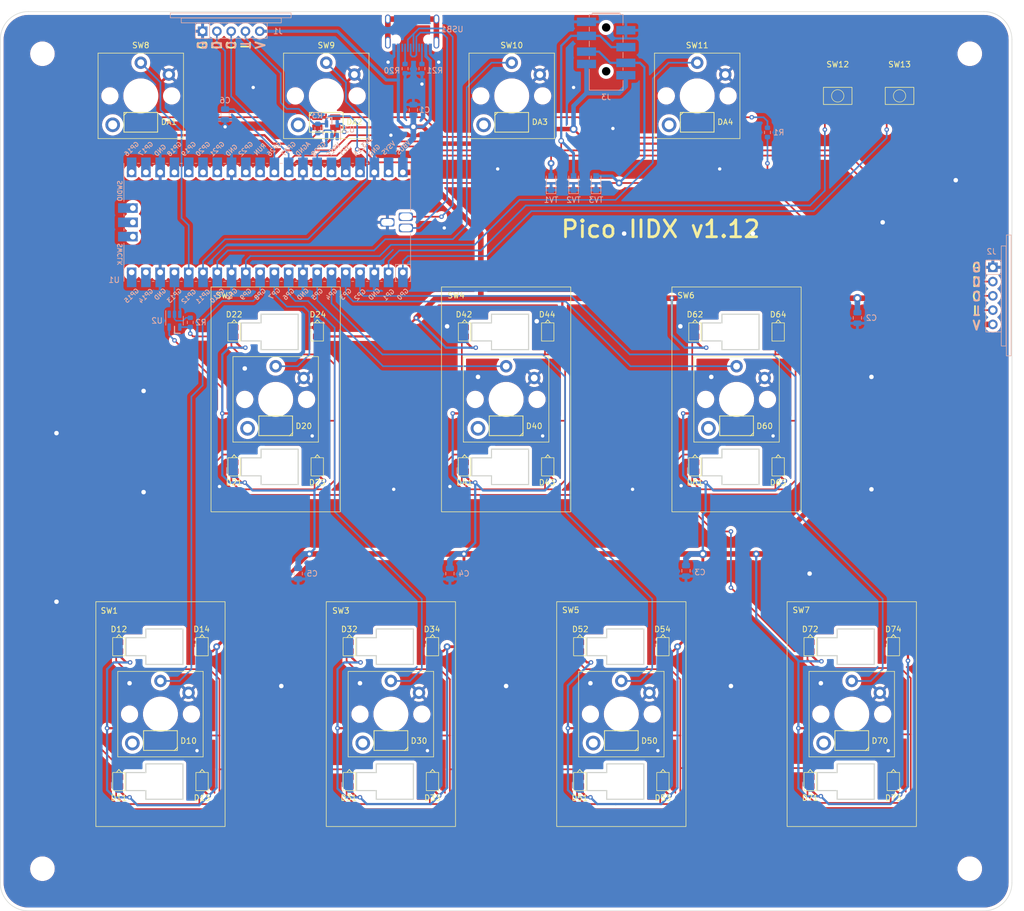
<source format=kicad_pcb>
(kicad_pcb (version 20211014) (generator pcbnew)
  (title_block (title "Pico Controller for IIDX"))
  (layers (0 "F.Cu" signal) (31 "B.Cu" signal) (34 "B.Paste" user) (35 "F.Paste" user) (36 "B.SilkS" user "B.Silkscreen") (37 "F.SilkS" user "F.Silkscreen") (38 "B.Mask" user) (39 "F.Mask" user) (44 "Edge.Cuts" user))
  (net 0 "")
  (net 1 "GND")
  (net 2 "+5V")
  (net 3 "/LED1")
  (net 4 "Net-(R20-Pad1)")
  (net 5 "Net-(R21-Pad1)")
  (net 9 "Net-(DA4-PadO)")
  (net 10 "/LED2")
  (net 14 "/LED4")
  (net 16 "Net-(U1-PadTP2)")
  (net 17 "Net-(U1-PadTP3)")
  (net 31 "Net-(U1-Pad34)")
  (net 32 "unconnected-(USB1-Pad13)")
  (net 40 "/SDA")
  (net 41 "/SCL")
  (net 42 "/TT_LED")
  (net 47 "/LED3")
  (net 51 "/LED6")
  (net 55 "/LED5")
  (net 59 "Net-(DA1-PadO)")
  (net 60 "Net-(DA2-PadO)")
  (net 61 "Net-(DA3-PadO)")
  (net 62 "Net-(U1-Pad17)")
  (net 63 "Net-(SW12-Pad1)")
  (net 64 "Net-(SW13-Pad1)")
  (net 65 "Net-(SW1-Pad1)")
  (net 66 "Net-(SW2-Pad1)")
  (net 67 "Net-(SW3-Pad1)")
  (net 68 "/LED7")
  (net 69 "Net-(SW4-Pad1)")
  (net 70 "Net-(SW5-Pad1)")
  (net 71 "Net-(SW6-Pad1)")
  (net 72 "Net-(SW7-Pad1)")
  (net 73 "Net-(SW8-Pad1)")
  (net 74 "Net-(SW9-Pad1)")
  (net 75 "Net-(SW10-Pad1)")
  (net 76 "Net-(SW11-Pad1)")
  (net 77 "/LED8")
  (footprint "iidx_pico:WS2812B-1615" (layer "F.Cu") (at 191.42 132.4 -90)
    (fp_text reference "D72")
    (fp_text value "WS2812B_Unified" hide)
  )
  (footprint "iidx_pico:WS2812B-1615" (layer "F.Cu") (at 124.22 156.4 -90)
    (fp_text reference "D33")
    (fp_text value "WS2812B_Unified" hide)
  )
  (footprint "iidx_pico:WS2812B-2835" (layer "F.Cu") (at 198.82 149.1)
    (fp_text reference "D70")
    (fp_text value "WS2812B_Unified" hide)
  )
  (footprint "iidx_pico:WS2812B-1615" (layer "F.Cu") (at 185.72 76.4 -90)
    (fp_text reference "D64")
    (fp_text value "WS2812B_Unified" hide)
  )
  (footprint "iidx_pico:WS2812B-1615" (layer "F.Cu") (at 191.42 156.4 -90)
    (fp_text reference "D71")
    (fp_text value "WS2812B_Unified" hide)
  )
  (footprint "iidx_pico:WS2812B-1615" (layer "F.Cu") (at 170.92 100.4 -90)
    (fp_text reference "D61")
    (fp_text value "WS2812B_Unified" hide)
  )
  (footprint "iidx_pico:WS2812B-2835" (layer "F.Cu") (at 96.32 93.1)
    (fp_text reference "D20")
    (fp_text value "WS2812B_Unified" hide)
  )
  (footprint "iidx_pico:SW_Kailh_Choc_V1V2_IIDX" (layer "F.Cu") (at 157.82 144.4)
    (fp_text reference "SW5")
    (fp_text value "SWITCH_SPST" hide)
    (fp_line (start -6.1 10.4) (end -6.1 13.6) (layer "Edge.Cuts") (width 0.2))
    (fp_line (start -2.6 -15.15) (end 4 -15.15) (layer "Edge.Cuts") (width 0.2))
    (fp_line (start -2.6 -10.4) (end -2.6 -8.85) (layer "Edge.Cuts") (width 0.2))
    (fp_line (start -2.6 -13.6) (end -6.1 -13.6) (layer "Edge.Cuts") (width 0.2))
    (fp_line (start -2.6 8.85) (end -2.6 10.4) (layer "Edge.Cuts") (width 0.2))
    (fp_line (start -2.6 -8.85) (end 4 -8.85) (layer "Edge.Cuts") (width 0.2))
    (fp_line (start -2.6 -10.4) (end -6.1 -10.4) (layer "Edge.Cuts") (width 0.2))
    (fp_line (start -2.6 13.6) (end -6.1 13.6) (layer "Edge.Cuts") (width 0.2))
    (fp_line (start -2.6 13.6) (end -2.6 15.15) (layer "Edge.Cuts") (width 0.2))
    (fp_line (start -2.6 15.15) (end 4 15.15) (layer "Edge.Cuts") (width 0.2))
    (fp_line (start -6.1 -13.6) (end -6.1 -10.4) (layer "Edge.Cuts") (width 0.2))
    (fp_line (start -2.6 -15.15) (end -2.6 -13.6) (layer "Edge.Cuts") (width 0.2))
    (fp_line (start -2.6 8.85) (end 4 8.85) (layer "Edge.Cuts") (width 0.2))
    (fp_line (start -2.6 10.4) (end -6.1 10.4) (layer "Edge.Cuts") (width 0.2))
    (fp_line (start 4 8.85) (end 4 15.15) (layer "Edge.Cuts") (width 0.2))
    (fp_line (start 4 -15.15) (end 4 -8.85) (layer "Edge.Cuts") (width 0.2))
  )
  (footprint "iidx_pico:WS2812B-1615" (layer "F.Cu") (at 68.42 156.4 -90)
    (fp_text reference "D11")
    (fp_text value "WS2812B_Unified" hide)
  )
  (footprint "iidx_pico:WS2812B-2835" (layer "F.Cu") (at 75.82 149.1)
    (fp_text reference "D10")
    (fp_text value "WS2812B_Unified" hide)
  )
  (footprint "iidx_pico:MountingHole_3.2mm_M3" (layer "F.Cu") (at 54.82 26.9)
    (fp_text reference "SCR1" hide)
    (fp_text value "ScrewHole" hide)
  )
  (footprint "iidx_pico:WS2812B-1615" (layer "F.Cu") (at 144.72 100.4 -90)
    (fp_text reference "D43")
    (fp_text value "WS2812B_Unified" hide)
  )
  (footprint "iidx_pico:WS2812B-1615" (layer "F.Cu") (at 68.42 132.4 -90)
    (fp_text reference "D12")
    (fp_text value "WS2812B_Unified" hide)
  )
  (footprint "iidx_pico:WS2812B-1615" (layer "F.Cu") (at 83.22 156.4 -90)
    (fp_text reference "D13")
    (fp_text value "WS2812B_Unified" hide)
  )
  (footprint "iidx_pico:WS2812B-1615" (layer "F.Cu") (at 165.22 132.4 -90)
    (fp_text reference "D54")
    (fp_text value "WS2812B_Unified" hide)
  )
  (footprint "iidx_pico:SW_Kailh_Choc_V1V2_1.00u_LED" (layer "F.Cu") (at 138.32 34.4)
    (fp_text reference "SW10")
    (fp_text value "SWITCH_SPST" hide)
  )
  (footprint "iidx_pico:SW_Kailh_Choc_V1V2_IIDX" (layer "F.Cu") (at 96.32 88.4)
    (fp_text reference "SW2")
    (fp_text value "SWITCH_SPST" hide)
    (fp_line (start -6.1 10.4) (end -6.1 13.6) (layer "Edge.Cuts") (width 0.2))
    (fp_line (start -2.6 -13.6) (end -6.1 -13.6) (layer "Edge.Cuts") (width 0.2))
    (fp_line (start -2.6 8.85) (end 4 8.85) (layer "Edge.Cuts") (width 0.2))
    (fp_line (start -2.6 8.85) (end -2.6 10.4) (layer "Edge.Cuts") (width 0.2))
    (fp_line (start -2.6 -10.4) (end -2.6 -8.85) (layer "Edge.Cuts") (width 0.2))
    (fp_line (start -2.6 -15.15) (end -2.6 -13.6) (layer "Edge.Cuts") (width 0.2))
    (fp_line (start -2.6 13.6) (end -6.1 13.6) (layer "Edge.Cuts") (width 0.2))
    (fp_line (start 4 8.85) (end 4 15.15) (layer "Edge.Cuts") (width 0.2))
    (fp_line (start -6.1 -13.6) (end -6.1 -10.4) (layer "Edge.Cuts") (width 0.2))
    (fp_line (start 4 -15.15) (end 4 -8.85) (layer "Edge.Cuts") (width 0.2))
    (fp_line (start -2.6 10.4) (end -6.1 10.4) (layer "Edge.Cuts") (width 0.2))
    (fp_line (start -2.6 15.15) (end 4 15.15) (layer "Edge.Cuts") (width 0.2))
    (fp_line (start -2.6 13.6) (end -2.6 15.15) (layer "Edge.Cuts") (width 0.2))
    (fp_line (start -2.6 -15.15) (end 4 -15.15) (layer "Edge.Cuts") (width 0.2))
    (fp_line (start -2.6 -10.4) (end -6.1 -10.4) (layer "Edge.Cuts") (width 0.2))
    (fp_line (start -2.6 -8.85) (end 4 -8.85) (layer "Edge.Cuts") (width 0.2))
  )
  (footprint "iidx_pico:SW_Kailh_Choc_V1V2_IIDX" (layer "F.Cu") (at 116.82 144.4)
    (fp_text reference "SW3")
    (fp_text value "SWITCH_SPST" hide)
    (fp_line (start -2.6 13.6) (end -2.6 15.15) (layer "Edge.Cuts") (width 0.2))
    (fp_line (start -2.6 -10.4) (end -6.1 -10.4) (layer "Edge.Cuts") (width 0.2))
    (fp_line (start -2.6 -15.15) (end 4 -15.15) (layer "Edge.Cuts") (width 0.2))
    (fp_line (start -6.1 -13.6) (end -6.1 -10.4) (layer "Edge.Cuts") (width 0.2))
    (fp_line (start 4 8.85) (end 4 15.15) (layer "Edge.Cuts") (width 0.2))
    (fp_line (start -2.6 -8.85) (end 4 -8.85) (layer "Edge.Cuts") (width 0.2))
    (fp_line (start -2.6 10.4) (end -6.1 10.4) (layer "Edge.Cuts") (width 0.2))
    (fp_line (start -2.6 8.85) (end -2.6 10.4) (layer "Edge.Cuts") (width 0.2))
    (fp_line (start -6.1 10.4) (end -6.1 13.6) (layer "Edge.Cuts") (width 0.2))
    (fp_line (start -2.6 -15.15) (end -2.6 -13.6) (layer "Edge.Cuts") (width 0.2))
    (fp_line (start -2.6 15.15) (end 4 15.15) (layer "Edge.Cuts") (width 0.2))
    (fp_line (start -2.6 13.6) (end -6.1 13.6) (layer "Edge.Cuts") (width 0.2))
    (fp_line (start -2.6 -13.6) (end -6.1 -13.6) (layer "Edge.Cuts") (width 0.2))
    (fp_line (start -2.6 8.85) (end 4 8.85) (layer "Edge.Cuts") (width 0.2))
    (fp_line (start -2.6 -10.4) (end -2.6 -8.85) (layer "Edge.Cuts") (width 0.2))
    (fp_line (start 4 -15.15) (end 4 -8.85) (layer "Edge.Cuts") (width 0.2))
  )
  (footprint "iidx_pico:WS2812B-2835" (layer "F.Cu") (at 178.32 93.1)
    (fp_text reference "D60")
    (fp_text value "WS2812B_Unified" hide)
  )
  (footprint "iidx_pico:SW_Kailh_Choc_V1V2_1.00u_LED" (layer "F.Cu") (at 105.32 34.4)
    (fp_text reference "SW9")
    (fp_text value "SWITCH_SPST" hide)
  )
  (footprint "iidx_pico:SW_Kailh_Choc_V1V2_1.00u_LED" (layer "F.Cu") (at 72.32 34.4)
    (fp_text reference "SW8")
    (fp_text value "SWITCH_SPST" hide)
  )
  (footprint "iidx_pico:WS2812B-1615" (layer "F.Cu") (at 103.72 76.4 -90)
    (fp_text reference "D24")
    (fp_text value "WS2812B_Unified" hide)
  )
  (footprint "iidx_pico:EVQP1K05M" (layer "F.Cu") (at 207.32 34.4 90)
    (fp_text reference "SW13")
    (fp_text value "Tact_4pin")
  )
  (footprint "iidx_pico:MountingHole_3.2mm_M3" (layer "F.Cu") (at 219.82 26.9)
    (fp_text reference "SCR2" hide)
    (fp_text value "ScrewHole" hide)
  )
  (footprint "iidx_pico:WS2812B-1615" (layer "F.Cu") (at 170.92 76.4 -90)
    (fp_text reference "D62")
    (fp_text value "WS2812B_Unified" hide)
  )
  (footprint "iidx_pico:WS2812B-1615" (layer "F.Cu") (at 88.92 76.4 -90)
    (fp_text reference "D22")
    (fp_text value "WS2812B_Unified" hide)
  )
  (footprint "iidx_pico:WS2812B-1615" (layer "F.Cu") (at 185.72 100.4 -90)
    (fp_text reference "D63")
    (fp_text value "WS2812B_Unified" hide)
  )
  (footprint "iidx_pico:WS2812B-2835" (layer "F.Cu") (at 157.82 149.1)
    (fp_text reference "D50")
    (fp_text value "WS2812B_Unified" hide)
  )
  (footprint "iidx_pico:EVQP1K05M" (layer "F.Cu") (at 196.32 34.4 90)
    (fp_text reference "SW12")
    (fp_text value "Tact_4pin")
  )
  (footprint "iidx_pico:WS2812B-2835" (layer "F.Cu") (at 138.32 39.1 180)
    (fp_text reference "DA3")
    (fp_text value "WS2812B_Unified" hide)
  )
  (footprint "iidx_pico:WS2812B-1615" (layer "F.Cu") (at 206.22 132.4 -90)
    (fp_text reference "D74")
    (fp_text value "WS2812B_Unified" hide)
  )
  (footprint "iidx_pico:WS2812B-2835" (layer "F.Cu") (at 171.32 39.1 180)
    (fp_text reference "DA4")
    (fp_text value "WS2812B_Unified" hide)
  )
  (footprint "iidx_pico:WS2812B-1615" (layer "F.Cu") (at 129.92 100.4 -90)
    (fp_text reference "D41")
    (fp_text value "WS2812B_Unified" hide)
  )
  (footprint "iidx_pico:WS2812B-2835" (layer "F.Cu") (at 105.32 39.1 180)
    (fp_text reference "DA2")
    (fp_text value "WS2812B_Unified" hide)
  )
  (footprint "iidx_pico:WS2812B-1615" (layer "F.Cu") (at 88.92 100.4 -90)
    (fp_text reference "D21")
    (fp_text value "WS2812B_Unified" hide)
  )
  (footprint "iidx_pico:WS2812B-1615" (layer "F.Cu") (at 165.22 156.4 -90)
    (fp_text reference "D53")
    (fp_text value "WS2812B_Unified" hide)
  )
  (footprint "iidx_pico:WS2812B-2835" (layer "F.Cu") (at 72.32 39.1 180)
    (fp_text reference "DA1")
    (fp_text value "WS2812B_Unified" hide)
  )
  (footprint "iidx_pico:WS2812B-1615" (layer "F.Cu") (at 144.72 76.4 -90)
    (fp_text reference "D44")
    (fp_text value "WS2812B_Unified" hide)
  )
  (footprint "iidx_pico:WS2812B-1615" (layer "F.Cu") (at 103.72 100.4 -90)
    (fp_text reference "D23")
    (fp_text value "WS2812B_Unified" hide)
  )
  (footprint "iidx_pico:WS2812B-1615" (layer "F.Cu") (at 150.42 156.4 -90)
    (fp_text reference "D51")
    (fp_text value "WS2812B_Unified" hide)
  )
  (footprint "iidx_pico:SW_Kailh_Choc_V1V2_IIDX" (layer "F.Cu") (at 178.32 88.4)
    (fp_text reference "SW6")
    (fp_text value "SWITCH_SPST" hide)
    (fp_line (start -2.6 -13.6) (end -6.1 -13.6) (layer "Edge.Cuts") (width 0.2))
    (fp_line (start -2.6 -15.15) (end -2.6 -13.6) (layer "Edge.Cuts") (width 0.2))
    (fp_line (start -2.6 8.85) (end 4 8.85) (layer "Edge.Cuts") (width 0.2))
    (fp_line (start -2.6 -10.4) (end -6.1 -10.4) (layer "Edge.Cuts") (width 0.2))
    (fp_line (start -2.6 13.6) (end -6.1 13.6) (layer "Edge.Cuts") (width 0.2))
    (fp_line (start 4 8.85) (end 4 15.15) (layer "Edge.Cuts") (width 0.2))
    (fp_line (start -2.6 8.85) (end -2.6 10.4) (layer "Edge.Cuts") (width 0.2))
    (fp_line (start -2.6 15.15) (end 4 15.15) (layer "Edge.Cuts") (width 0.2))
    (fp_line (start -2.6 -8.85) (end 4 -8.85) (layer "Edge.Cuts") (width 0.2))
    (fp_line (start 4 -15.15) (end 4 -8.85) (layer "Edge.Cuts") (width 0.2))
    (fp_line (start -2.6 -15.15) (end 4 -15.15) (layer "Edge.Cuts") (width 0.2))
    (fp_line (start -2.6 10.4) (end -6.1 10.4) (layer "Edge.Cuts") (width 0.2))
    (fp_line (start -6.1 10.4) (end -6.1 13.6) (layer "Edge.Cuts") (width 0.2))
    (fp_line (start -2.6 -10.4) (end -2.6 -8.85) (layer "Edge.Cuts") (width 0.2))
    (fp_line (start -2.6 13.6) (end -2.6 15.15) (layer "Edge.Cuts") (width 0.2))
    (fp_line (start -6.1 -13.6) (end -6.1 -10.4) (layer "Edge.Cuts") (width 0.2))
  )
  (footprint "iidx_pico:SW_Kailh_Choc_V1V2_1.00u_LED" (layer "F.Cu") (at 171.32 34.4)
    (fp_text reference "SW11")
    (fp_text value "SWITCH_SPST" hide)
  )
  (footprint "iidx_pico:WS2812B-2835" (layer "F.Cu") (at 137.32 93.1)
    (fp_text reference "D40")
    (fp_text value "WS2812B_Unified" hide)
  )
  (footprint "iidx_pico:SW_Kailh_Choc_V1V2_IIDX" (layer "F.Cu") (at 198.82 144.4)
    (fp_text reference "SW7")
    (fp_text value "SWITCH_SPST" hide)
    (fp_line (start -2.6 -10.4) (end -6.1 -10.4) (layer "Edge.Cuts") (width 0.2))
    (fp_line (start -2.6 13.6) (end -6.1 13.6) (layer "Edge.Cuts") (width 0.2))
    (fp_line (start -2.6 10.4) (end -6.1 10.4) (layer "Edge.Cuts") (width 0.2))
    (fp_line (start -2.6 -15.15) (end -2.6 -13.6) (layer "Edge.Cuts") (width 0.2))
    (fp_line (start -2.6 -13.6) (end -6.1 -13.6) (layer "Edge.Cuts") (width 0.2))
    (fp_line (start -2.6 15.15) (end 4 15.15) (layer "Edge.Cuts") (width 0.2))
    (fp_line (start -2.6 -10.4) (end -2.6 -8.85) (layer "Edge.Cuts") (width 0.2))
    (fp_line (start 4 8.85) (end 4 15.15) (layer "Edge.Cuts") (width 0.2))
    (fp_line (start -2.6 -8.85) (end 4 -8.85) (layer "Edge.Cuts") (width 0.2))
    (fp_line (start -2.6 13.6) (end -2.6 15.15) (layer "Edge.Cuts") (width 0.2))
    (fp_line (start 4 -15.15) (end 4 -8.85) (layer "Edge.Cuts") (width 0.2))
    (fp_line (start -2.6 -15.15) (end 4 -15.15) (layer "Edge.Cuts") (width 0.2))
    (fp_line (start -2.6 8.85) (end 4 8.85) (layer "Edge.Cuts") (width 0.2))
    (fp_line (start -6.1 -13.6) (end -6.1 -10.4) (layer "Edge.Cuts") (width 0.2))
    (fp_line (start -6.1 10.4) (end -6.1 13.6) (layer "Edge.Cuts") (width 0.2))
    (fp_line (start -2.6 8.85) (end -2.6 10.4) (layer "Edge.Cuts") (width 0.2))
  )
  (footprint "iidx_pico:WS2812B-1615" (layer "F.Cu") (at 129.92 76.4 -90)
    (fp_text reference "D42")
    (fp_text value "WS2812B_Unified" hide)
  )
  (footprint "iidx_pico:SW_Kailh_Choc_V1V2_IIDX" (layer "F.Cu") (at 137.32 88.4)
    (fp_text reference "SW4")
    (fp_text value "SWITCH_SPST" hide)
    (fp_line (start -2.6 -15.15) (end -2.6 -13.6) (layer "Edge.Cuts") (width 0.2))
    (fp_line (start -2.6 -13.6) (end -6.1 -13.6) (layer "Edge.Cuts") (width 0.2))
    (fp_line (start -2.6 -10.4) (end -6.1 -10.4) (layer "Edge.Cuts") (width 0.2))
    (fp_line (start -2.6 8.85) (end -2.6 10.4) (layer "Edge.Cuts") (width 0.2))
    (fp_line (start -2.6 -8.85) (end 4 -8.85) (layer "Edge.Cuts") (width 0.2))
    (fp_line (start -2.6 -15.15) (end 4 -15.15) (layer "Edge.Cuts") (width 0.2))
    (fp_line (start 4 8.85) (end 4 15.15) (layer "Edge.Cuts") (width 0.2))
    (fp_line (start -2.6 13.6) (end -6.1 13.6) (layer "Edge.Cuts") (width 0.2))
    (fp_line (start -2.6 10.4) (end -6.1 10.4) (layer "Edge.Cuts") (width 0.2))
    (fp_line (start 4 -15.15) (end 4 -8.85) (layer "Edge.Cuts") (width 0.2))
    (fp_line (start -2.6 13.6) (end -2.6 15.15) (layer "Edge.Cuts") (width 0.2))
    (fp_line (start -2.6 -10.4) (end -2.6 -8.85) (layer "Edge.Cuts") (width 0.2))
    (fp_line (start -6.1 -13.6) (end -6.1 -10.4) (layer "Edge.Cuts") (width 0.2))
    (fp_line (start -2.6 15.15) (end 4 15.15) (layer "Edge.Cuts") (width 0.2))
    (fp_line (start -2.6 8.85) (end 4 8.85) (layer "Edge.Cuts") (width 0.2))
    (fp_line (start -6.1 10.4) (end -6.1 13.6) (layer "Edge.Cuts") (width 0.2))
  )
  (footprint "iidx_pico:WS2812B-1615" (layer "F.Cu") (at 109.42 132.4 -90)
    (fp_text reference "D32")
    (fp_text value "WS2812B_Unified" hide)
  )
  (footprint "iidx_pico:WS2812B-1615" (layer "F.Cu") (at 109.42 156.4 -90)
    (fp_text reference "D31")
    (fp_text value "WS2812B_Unified" hide)
  )
  (footprint "iidx_pico:MountingHole_3.2mm_M3" (layer "F.Cu") (at 219.82 171.9)
    (fp_text reference "SCR4" hide)
    (fp_text value "ScrewHole" hide)
  )
  (footprint "iidx_pico:MountingHole_3.2mm_M3" (layer "F.Cu") (at 54.82 171.9)
    (fp_text reference "SCR3" hide)
    (fp_text value "ScrewHole" hide)
  )
  (footprint "iidx_pico:WS2812B-2835" (layer "F.Cu") (at 116.82 149.1)
    (fp_text reference "D30")
    (fp_text value "WS2812B_Unified" hide)
  )
  (footprint "iidx_pico:SW_Kailh_Choc_V1V2_IIDX" (layer "F.Cu") (at 75.82 144.4)
    (fp_text reference "SW1")
    (fp_text value "SWITCH_SPST" hide)
    (fp_line (start -2.6 -8.85) (end 4 -8.85) (layer "Edge.Cuts") (width 0.2))
    (fp_line (start -2.6 13.6) (end -6.1 13.6) (layer "Edge.Cuts") (width 0.2))
    (fp_line (start -2.6 -10.4) (end -2.6 -8.85) (layer "Edge.Cuts") (width 0.2))
    (fp_line (start -6.1 10.4) (end -6.1 13.6) (layer "Edge.Cuts") (width 0.2))
    (fp_line (start 4 8.85) (end 4 15.15) (layer "Edge.Cuts") (width 0.2))
    (fp_line (start -2.6 -15.15) (end -2.6 -13.6) (layer "Edge.Cuts") (width 0.2))
    (fp_line (start -2.6 -13.6) (end -6.1 -13.6) (layer "Edge.Cuts") (width 0.2))
    (fp_line (start -2.6 8.85) (end 4 8.85) (layer "Edge.Cuts") (width 0.2))
    (fp_line (start -2.6 10.4) (end -6.1 10.4) (layer "Edge.Cuts") (width 0.2))
    (fp_line (start -2.6 15.15) (end 4 15.15) (layer "Edge.Cuts") (width 0.2))
    (fp_line (start -2.6 13.6) (end -2.6 15.15) (layer "Edge.Cuts") (width 0.2))
    (fp_line (start -2.6 -10.4) (end -6.1 -10.4) (layer "Edge.Cuts") (width 0.2))
    (fp_line (start -6.1 -13.6) (end -6.1 -10.4) (layer "Edge.Cuts") (width 0.2))
    (fp_line (start 4 -15.15) (end 4 -8.85) (layer "Edge.Cuts") (width 0.2))
    (fp_line (start -2.6 -15.15) (end 4 -15.15) (layer "Edge.Cuts") (width 0.2))
    (fp_line (start -2.6 8.85) (end -2.6 10.4) (layer "Edge.Cuts") (width 0.2))
  )
  (footprint "iidx_pico:WS2812B-1615" (layer "F.Cu") (at 124.22 132.4 -90)
    (fp_text reference "D34")
    (fp_text value "WS2812B_Unified" hide)
  )
  (footprint "iidx_pico:WS2812B-1615" (layer "F.Cu") (at 83.22 132.4 -90)
    (fp_text reference "D14")
    (fp_text value "WS2812B_Unified" hide)
  )
  (footprint "iidx_pico:WS2812B-1615" (layer "F.Cu") (at 150.42 132.4 -90)
    (fp_text reference "D52")
    (fp_text value "WS2812B_Unified" hide)
  )
  (footprint "iidx_pico:WS2812B-1615" (layer "F.Cu") (at 206.22 156.4 -90)
    (fp_text reference "D73")
    (fp_text value "WS2812B_Unified" hide)
  )
  (footprint "iidx_pico:SOT-23-5_Jumper" (layer "B.Cu") (at 78.32 74.4 -90)
    (fp_text reference "U2")
    (fp_text value "SN74LV1T34DBV")
  )
  (footprint "Capacitor_SMD:C_0805_2012Metric" (layer "B.Cu") (at 169.32 118.9 -90)
    (fp_text reference "C3")
    (fp_text value "1uF" hide)
  )
  (footprint "Resistor_SMD:R_0603_1608Metric" (layer "B.Cu") (at 103.82 40.2 -90)
    (fp_text reference "R3")
    (fp_text value "10")
  )
  (footprint "Diode_SMD:D_SOD-323_HandSoldering" (layer "B.Cu") (at 145.32 49.9 90)
    (fp_text reference "TV1")
    (fp_text value "D_TVS" hide)
  )
  (footprint "MCU_RaspberryPi_and_Boards:RPi_Pico_SMD" (layer "B.Cu") (at 94.82 56.9 90)
    (fp_text reference "U1")
    (fp_text value "Pico")
  )
  (footprint "Diode_SMD:D_SOD-323_HandSoldering" (layer "B.Cu") (at 153.32 49.9 90)
    (fp_text reference "TV3")
    (fp_text value "D_TVS" hide)
  )
  (footprint "Capacitor_SMD:C_0805_2012Metric" (layer "B.Cu") (at 199.82 73.9 -90)
    (fp_text reference "C2")
    (fp_text value "1uF" hide)
  )
  (footprint "Resistor_SMD:R_0603_1608Metric" (layer "B.Cu") (at 81.12 74.7 90)
    (fp_text reference "R2")
    (fp_text value "10")
  )
  (footprint "Capacitor_SMD:C_0805_2012Metric" (layer "B.Cu") (at 87.32 37.7 -90)
    (fp_text reference "C6")
    (fp_text value "1nF")
  )
  (footprint "Capacitor_SMD:C_0805_2012Metric" (layer "B.Cu") (at 100.32 119.4 -90)
    (fp_text reference "C5")
    (fp_text value "1uF" hide)
  )
  (footprint "iidx_pico:Pogo_5P_Female" (layer "B.Cu") (at 83.32 22.9 -90)
    (fp_text reference "J1")
    (fp_text value "CONN_01x05" hide)
  )
  (footprint "Diode_SMD:D_SOD-323_HandSoldering" (layer "B.Cu") (at 149.32 49.9 90)
    (fp_text reference "TV2")
    (fp_text value "D_TVS" hide)
  )
  (footprint "Resistor_SMD:R_0603_1608Metric" (layer "B.Cu") (at 119.34381 29.55 -90)
    (fp_text reference "R20")
    (fp_text value "5K1" hide)
  )
  (footprint "Capacitor_SMD:C_0805_2012Metric" (layer "B.Cu") (at 127.32 119.4 -90)
    (fp_text reference "C4")
    (fp_text value "1uF" hide)
  )
  (footprint "Resistor_SMD:R_0603_1608Metric" (layer "B.Cu") (at 122.34381 29.55 -90)
    (fp_text reference "R21")
    (fp_text value "5K1" hide)
  )
  (footprint "iidx_pico:PJ393-8P" (layer "B.Cu") (at 155.12 27.125 180)
    (fp_text reference "J3")
    (fp_text value "PJ393-8P" hide)
  )
  (footprint "iidx_pico:SOT-23-5_Jumper" (layer "B.Cu") (at 106.32 40.5 90)
    (fp_text reference "U3")
    (fp_text value "SN74LV1T34DBV")
  )
  (footprint "Resistor_SMD:R_0603_1608Metric" (layer "B.Cu") (at 183.82 40.9 -90)
    (fp_text reference "R1")
    (fp_text value "10" hide)
  )
  (footprint "iidx_pico:Pogo_5P_Female" (layer "B.Cu") (at 223.92 64.9 180)
    (fp_text reference "J2")
    (fp_text value "CONN_01x05" hide)
  )
  (footprint "Type-C:HRO-TYPE-C-31-M-12-Assembly" (layer "B.Cu") (at 120.59381 18.1375)
    (fp_text reference "USB1")
    (fp_text value "U262-161N-4BVC11" hide)
  )
  (footprint "Capacitor_SMD:C_0805_2012Metric" (layer "B.Cu") (at 120.82 36.9 90)
    (fp_text reference "C1")
    (fp_text value "1uF" hide)
  )
  (gr_line (start 227.32 24.4) (end 227.32 174.4) (layer "Edge.Cuts") (width 0.1))
  (gr_arc (start 222.32 19.4) (mid 225.855534 20.864466) (end 227.32 24.4) (layer "Edge.Cuts") (width 0.1))
  (gr_line (start 47.32 174.4) (end 47.32 24.4) (layer "Edge.Cuts") (width 0.1))
  (gr_line (start 52.32 19.4) (end 222.32 19.4) (layer "Edge.Cuts") (width 0.1))
  (gr_line (start 52.32 179.4) (end 222.32 179.4) (layer "Edge.Cuts") (width 0.1))
  (gr_arc (start 227.32 174.4) (mid 225.855534 177.935534) (end 222.32 179.4) (layer "Edge.Cuts") (width 0.1))
  (gr_arc (start 47.32 24.4) (mid 48.784466 20.864466) (end 52.32 19.4) (layer "Edge.Cuts") (width 0.1))
  (gr_arc (start 52.32 179.4) (mid 48.784466 177.935534) (end 47.32 174.4) (layer "Edge.Cuts") (width 0.1))
  (gr_text "G\nD\nC\nL\nV" (at 88.444079 25.399999 90) (layer "B.SilkS") (effects (font (size 1.6 1.5) (thickness 0.3)) (justify mirror)))
  (gr_text "G\nD\nC\nL\nV" (at 221.043946 70.121602) (layer "B.SilkS") (effects (font (size 1.6 1.5) (thickness 0.3)) (justify mirror)))
  (gr_text "G\nD\nC\nL\nV" (at 88.458807 25.373368 90) (layer "F.SilkS") (effects (font (size 1.6 1.5) (thickness 0.3))))
  (gr_text "G\nD\nC\nL\nV" (at 220.992803 70.088944) (layer "F.SilkS") (effects (font (size 1.6 1.5) (thickness 0.3))))
  (gr_text "Pico IIDX v1.12" (at 164.82 58.1) (layer "F.SilkS") (effects (font (size 3 3) (thickness 0.5))))
  (via (at 173.82 84.4) (size 1.5) (drill 0.8) (layers "F.Cu" "B.Cu") (net 1))
  (via (at 156.32 40.2) (size 1.2) (drill 0.6) (layers "F.Cu" "B.Cu") (net 1))
  (via (at 158.32 58.9) (size 1.5) (drill 0.8) (layers "F.Cu" "B.Cu") (net 1))
  (via (at 72.82 86.9) (size 1.5) (drill 0.8) (layers "F.Cu" "B.Cu") (net 1))
  (via (at 82.32 150.9) (size 1.2) (drill 0.6) (layers "F.Cu" "B.Cu") (net 1))
  (via (at 90.82 82.9) (size 1.5) (drill 0.8) (layers "F.Cu" "B.Cu") (net 1))
  (via (at 97.32 139.4) (size 1.5) (drill 0.8) (layers "F.Cu" "B.Cu") (net 1))
  (via (at 87.32 39.9) (size 1.2) (drill 0.6) (layers "F.Cu" "B.Cu") (net 1))
  (via (at 116.32 28.4) (size 1) (drill 0.6) (layers "F.Cu" "B.Cu") (net 1))
  (via (at 57.32 94.4) (size 1.5) (drill 0.8) (layers "F.Cu" "B.Cu") (net 1))
  (via (at 135.82 47.4) (size 1.2) (drill 0.6) (layers "F.Cu" "B.Cu") (net 1))
  (via (at 132.32 84.4) (size 1.5) (drill 0.8) (layers "F.Cu" "B.Cu") (net 1))
  (via (at 205.32 150.9) (size 1.2) (drill 0.6) (layers "F.Cu" "B.Cu") (net 1))
  (via (at 149.32 32.9) (size 1.2) (drill 0.6) (layers "F.Cu" "B.Cu") (net 1))
  (via (at 193.32 138.9) (size 1.5) (drill 0.8) (layers "F.Cu" "B.Cu") (net 1))
  (via (at 57.32 124.4) (size 1.5) (drill 0.8) (layers "F.Cu" "B.Cu") (net 1))
  (via (at 217.32 49.4) (size 1.5) (drill 0.8) (layers "F.Cu" "B.Cu") (net 1))
  (via (at 86.32 103.9) (size 1.2) (drill 0.6) (layers "F.Cu" "B.Cu") (net 1))
  (via (at 191.32 119.4) (size 1.5) (drill 0.8) (layers "F.Cu" "B.Cu") (net 1))
  (via (at 164.32 150.9) (size 1.2) (drill 0.6) (layers "F.Cu" "B.Cu") (net 1))
  (via (at 126.82 75.4) (size 1.5) (drill 0.8) (layers "F.Cu" "B.Cu") (net 1))
  (via (at 168.456043 103.763957) (size 1.2) (drill 0.6) (layers "F.Cu" "B.Cu") (net 1))
  (via (at 175.32 47.4) (size 1.2) (drill 0.6) (layers "F.Cu" "B.Cu") (net 1))
  (via (at 117.32 104.4) (size 1.2) (drill 0.6) (layers "F.Cu" "B.Cu") (net 1))
  (via (at 116.82 41.4) (size 1.2) (drill 0.6) (layers "F.Cu" "B.Cu") (net 1))
  (via (at 142.766742 74.491196) (size 1.5) (drill 0.8) (layers "F.Cu" "B.Cu") (net 1))
  (via (at 143.82 94.9) (size 1.2) (drill 0.6) (layers "F.Cu" "B.Cu") (net 1))
  (via (at 168.32 75.4) (size 1.5) (drill 0.8) (layers "F.Cu" "B.Cu") (net 1))
  (via locked (at 122.34381 32.3) (size 1) (drill 0.6) (layers "F.Cu" "B.Cu") (net 1))
  (via (at 204.32 56.9) (size 1.5) (drill 0.8) (layers "F.Cu" "B.Cu") (net 1))
  (via (at 70.32 138.9) (size 1.5) (drill 0.8) (layers "F.Cu" "B.Cu") (net 1))
  (via (at 177.32 139.4) (size 1.5) (drill 0.8) (layers "F.Cu" "B.Cu") (net 1))
  (via (at 202.32 104.4) (size 1.5) (drill 0.8) (layers "F.Cu" "B.Cu") (net 1))
  (via (at 111.32 138.9) (size 1.5) (drill 0.8) (layers "F.Cu" "B.Cu") (net 1))
  (via (at 152.32 138.9) (size 1.5) (drill 0.8) (layers "F.Cu" "B.Cu") (net 1))
  (via (at 92.32 32.9) (size 1.2) (drill 0.6) (layers "F.Cu" "B.Cu") (net 1))
  (via (at 159.82 104.4) (size 1.2) (drill 0.6) (layers "F.Cu" "B.Cu") (net 1))
  (via (at 137.32 139.4) (size 1.5) (drill 0.8) (layers "F.Cu" "B.Cu") (net 1))
  (via (at 202.32 84.4) (size 1.5) (drill 0.8) (layers "F.Cu" "B.Cu") (net 1))
  (via (at 102.82 94.9) (size 1.2) (drill 0.6) (layers "F.Cu" "B.Cu") (net 1))
  (via (at 72.82 104.9) (size 1.5) (drill 0.8) (layers "F.Cu" "B.Cu") (net 1))
  (via (at 127.32 103.9) (size 1.2) (drill 0.6) (layers "F.Cu" "B.Cu") (net 1))
  (via (at 125.32 28.4) (size 1) (drill 0.6) (layers "F.Cu" "B.Cu") (net 1))
  (via (at 181.22 58.9) (size 1.5) (drill 0.8) (layers "F.Cu" "B.Cu") (net 1))
  (via (at 123.32 150.9) (size 1.2) (drill 0.6) (layers "F.Cu" "B.Cu") (net 1))
  (via (at 126.32 57.9) (size 1.2) (drill 0.6) (layers "F.Cu" "B.Cu") (net 1))
  (via (at 184.82 94.9) (size 1.2) (drill 0.6) (layers "F.Cu" "B.Cu") (net 1))
  (segment (start 123.81881 26.89881) (end 123.81881 25.8325) (width 0.5) (layer "B.Cu") (net 1))
  (segment (start 117.36881 25.8325) (end 117.36881 27.35119) (width 0.5) (layer "B.Cu") (net 1))
  (segment (start 117.36881 27.35119) (end 116.32 28.4) (width 0.5) (layer "B.Cu") (net 1))
  (segment (start 123.81881 26.89881) (end 125.32 28.4) (width 0.5) (layer "B.Cu") (net 1))
  (segment (start 104.2 101.2) (end 104.2 102.18) (width 0.4) (layer "F.Cu") (net 2))
  (segment (start 135.72 92.2) (end 134.12 92.2) (width 0.4) (layer "F.Cu") (net 2))
  (segment (start 150.9 158.38) (end 151.72 159.2) (width 0.4) (layer "F.Cu") (net 2))
  (segment (start 167.82 132.4) (end 172.32 127.9) (width 0.5) (layer "F.Cu") (net 2))
  (segment (start 167.02 133.2) (end 167.82 132.4) (width 0.4) (layer "F.Cu") (net 2))
  (segment (start 109.9 157.2) (end 109.9 158.38) (width 0.4) (layer "F.Cu") (net 2))
  (segment (start 121.93 48.01) (end 132.82 58.9) (width 1) (layer "F.Cu") (net 2))
  (segment (start 89.4 77.2) (end 89.4 78.38) (width 0.4) (layer "F.Cu") (net 2))
  (segment (start 205.82 70.4) (end 210.48 75.06) (width 1) (layer "F.Cu") (net 2))
  (segment (start 106.92 41.3) (end 105.32 42.9) (width 0.4) (layer "F.Cu") (net 2))
  (segment (start 102.32 115.9) (end 85.82 132.4) (width 0.6) (layer "F.Cu") (net 2))
  (segment (start 132.82 58.9) (end 132.82 70.4) (width 1) (layer "F.Cu") (net 2))
  (segment (start 69.72 159.2) (end 70.32 159.2) (width 0.4) (layer "F.Cu") (net 2))
  (segment (start 188.32 70.4) (end 190.82 70.4) (width 1) (layer "F.Cu") (net 2))
  (segment (start 129.82 131.4) (end 129.82 115.9) (width 0.5) (layer "F.Cu") (net 2))
  (segment (start 171.4 101.2) (end 171.4 102.38) (width 0.4) (layer "F.Cu") (net 2))
  (segment (start 126.82 132.4) (end 128.82 132.4) (width 0.5) (layer "F.Cu") (net 2))
  (segment (start 86.82 86.4) (end 86.82 90.9) (width 0.3) (layer "F.Cu") (net 2))
  (segment (start 191.9 158.18) (end 192.72 159) (width 0.4) (layer "F.Cu") (net 2))
  (segment (start 172.92 41.8) (end 172.92 40) (width 0.4) (layer "F.Cu") (net 2))
  (segment (start 208.12 133.2) (end 208.82 133.9) (width 0.4) (layer "F.Cu") (net 2))
  (segment (start 206.7 133.2) (end 208.12 133.2) (width 0.4) (layer "F.Cu") (net 2))
  (segment (start 89.4 102.38) (end 90.22 103.2) (width 0.4) (layer "F.Cu") (net 2))
  (segment (start 85.82 132.5) (end 85.12 133.2) (width 0.4) (layer "F.Cu") (net 2))
  (segment (start 146.52 77.2) (end 147.32 76.4) (width 0.4) (layer "F.Cu") (net 2))
  (segment (start 191.9 134.18) (end 192.72 135) (width 0.4) (layer "F.Cu") (net 2))
  (segment (start 151.72 159.2) (end 152.32 159.2) (width 0.4) (layer "F.Cu") (net 2))
  (segment (start 195.62 148.2) (end 194.32 146.9) (width 0.4) (layer "F.Cu") (net 2))
  (segment (start 85.12 133.2) (end 83.7 133.2) (width 0.4) (layer "F.Cu") (net 2))
  (segment (start 190.82 108.4) (end 183.32 115.9) (width 1) (layer "F.Cu") (net 2))
  (segment (start 77.62 41.4) (end 76.22 40) (width 0.4) (layer "F.Cu") (net 2))
  (segment (start 132.82 70.4) (end 147.32 70.4) (width 1) (layer "F.Cu") (net 2))
  (segment (start 83.7 157.2) (end 83.7 158.18) (width 0.4) (layer "F.Cu") (net 2))
  (segment (start 145.2 102.18) (end 145.92 102.9) (width 0.4) (layer "F.Cu") (net 2))
  (segment (start 120.72 40) (end 108.52 40) (width 0.4) (layer "F.Cu") (net 2))
  (segment (start 171.4 77.2) (end 171.4 78.38) (width 0.4) (layer "F.Cu") (net 2))
  (segment (start 151.72 135.2) (end 152.42 135.2) (width 0.4) (layer "F.Cu") (net 2))
  (segment (start 186.2 77.2) (end 190.82 77.2) (width 0.4) (layer "F.Cu") (net 2))
  (segment (start 172.32 127.9) (end 172.32 115.9) (width 0.5) (layer "F.Cu") (net 2))
  (segment (start 186.2 102.18) (end 186.92 102.9) (width 0.4) (layer "F.Cu") (net 2))
  (segment (start 150.9 133.2) (end 150.9 134.38) (width 0.4) (layer "F.Cu") (net 2))
  (segment (start 118.02 77.2) (end 104.2 77.2) (width 0.4) (layer "F.Cu") (net 2))
  (segment (start 145.2 101.2) (end 145.2 102.18) (width 0.4) (layer "F.Cu") (net 2))
  (segment (start 109.9 134.38) (end 110.72 135.2) (width 0.4) (layer "F.Cu") (net 2))
  (segment (start 197.22 148.2) (end 195.62 148.2) (width 0.4) (layer "F.Cu") (net 2))
  (segment (start 95.82 42.9) (end 94.32 41.4) (width 0.4) (layer "F.Cu") (net 2))
  (segment (start 171.4 78.38) (end 172.22 79.2) (width 0.4) (layer "F.Cu") (net 2))
  (segment (start 183.32 115.9) (end 172.32 115.9) (width 1) (layer "F.Cu") (net 2))
  (segment (start 165.7 158.18) (end 166.42 158.9) (width 0.4) (layer "F.Cu") (net 2))
  (segment (start 128.82 132.4) (end 129.82 131.4) (width 0.5) (layer "F.Cu") (net 2))
  (segment (start 145.2 77.2) (end 146.52 77.2) (width 0.4) (layer "F.Cu") (net 2))
  (segment (start 120.82 39.9) (end 120.72 40) (width 0.3) (layer "F.Cu") (net 2))
  (segment (start 122.52 39.9) (end 120.82 39.9) (width 0.8) (layer "F.Cu") (net 2))
  (segment (start 172.22 79.2) (end 172.92 79.2) (width 0.4) (layer "F.Cu") (net 2))
  (segment (start 108.52 40) (end 108.52 40.8) (width 0.4) (layer "F.Cu") (net 2))
  (segment (start 93.12 92.2) (end 91.82 90.9) (width 0.4) (layer "F.Cu") (net 2))
  (segment (start 76.22 40) (end 73.92 40) (width 0.4) (layer "F.Cu") (net 2))
  (segment (start 130.4 102.38) (end 131.22 103.2) (width 0.4) (layer "F.Cu") (net 2))
  (segment (start 85.82 132.4) (end 85.82 132.5) (width 0.4) (layer "F.Cu") (net 2))
  (segment (start 150.9 134.38) (end 151.72 135.2) (width 0.4) (layer "F.Cu") (net 2))
  (segment (start 126.12 133.2) (end 124.7 133.2) (width 0.4) (layer "F.Cu") (net 2))
  (segment (start 149.32 40.3) (end 144.02 40.3) (width 0.8) (layer "F.Cu") (net 2))
  (segment (start 106.92 40) (end 106.92 41.3) (width 0.4) (layer "F.Cu") (net 2))
  (segment (start 109.9 133.2) (end 109.9 134.38) (width 0.4) (layer "F.Cu") (net 2))
  (segment (start 110.72 159.2) (end 111.32 159.2) (width 0.4) (layer "F.Cu") (net 2))
  (segment (start 131.22 103.2) (end 131.82 103.2) (width 0.4) (layer "F.Cu") (net 2))
  (segment (start 130.4 101.2) (end 130.4 102.38) (width 0.4) (layer "F.Cu") (net 2))
  (segment (start 71.32 146.9) (end 66.32 146.9) (width 0.4) (layer "F.Cu") (net 2))
  (segment (start 72.62 148.2) (end 71.32 146.9) (width 0.4) (layer "F.Cu") (net 2))
  (segment (start 206.7 157) (end 206.7 157.98) (width 0.4) (layer "F.Cu") (net 2))
  (segment (start 113.62 148.2) (end 112.32 146.9) (width 0.4) (layer "F.Cu") (net 2))
  (segment (start 89.4 78.38) (end 90.22 79.2) (width 0.4) (layer "F.Cu") (net 2))
  (segment (start 165.7 157.2) (end 165.7 158.18) (width 0.4) (layer "F.Cu") (net 2))
  (segment (start 191.9 133) (end 191.9 134.18) (width 0.4) (layer "F.Cu") (net 2))
  (segment (start 147.32 76.4) (end 147.32 70.4) (width 0.4) (layer "F.Cu") (net 2))
  (segment (start 109.9 158.38) (end 110.72 159.2) (width 0.4) (layer "F.Cu") (net 2))
  (segment (start 112.32 146.9) (end 107.32 146.9) (width 0.4) (layer "F.Cu") (net 2))
  (segment (start 210.48 75.06) (end 223.92 75.06) (width 1) (layer "F.Cu") (net 2))
  (segment (start 90.22 103.2) (end 90.82 103.2) (width 0.4) (layer "F.Cu") (net 2))
  (segment (start 173.82 90.9) (end 168.82 90.9) (width 0.4) (layer "F.Cu") (net 2))
  (segment (start 144.02 40.3) (end 141.42 42.9) (width 0.8) (layer "F.Cu") (net 2))
  (segment (start 118.95 48.01) (end 121.93 48.01) (width 1) (layer "F.Cu") (net 2))
  (segment (start 129.82 115.9) (end 172.32 115.9) (width 1) (layer "F.Cu") (net 2))
  (segment (start 118.02 77.2) (end 121.32 73.9) (width 0.4) (layer "F.Cu") (net 2))
  (segment (start 91.82 90.9) (end 86.82 90.9) (width 0.4) (layer "F.Cu") (net 2))
  (segment (start 190.82 70.4) (end 190.82 108.4) (width 1) (layer "F.Cu") (net 2))
  (segment (start 149.32 40.3) (end 151.92 42.9) (width 0.4) (layer "F.Cu") (net 2))
  (segment (start 134.12 92.2) (end 132.82 90.9) (width 0.4) (layer "F.Cu") (net 2))
  (segment (start 190.82 70.4) (end 205.82 70.4) (width 1) (layer "F.Cu") (net 2))
  (segment (start 176.72 92.2) (end 175.12 92.2) (width 0.4) (layer "F.Cu") (net 2))
  (segment (start 74.22 148.2) (end 72.62 148.2) (width 0.4) (layer "F.Cu") (net 2))
  (segment (start 102.32 115.9) (end 129.82 115.9) (width 1) (layer "F.Cu") (net 2))
  (segment (start 206.7 157.98) (end 207.42 158.7) (width 0.4) (layer "F.Cu") (net 2))
  (segment (start 125.52 42.9) (end 122.52 39.9) (width 0.8) (layer "F.Cu") (net 2))
  (segment (start 89.4 101.2) (end 89.4 102.38) (width 0.4) (layer "F.Cu") (net 2))
  (segment (start 83.7 158.18) (end 84.42 158.9) (width 0.4) (layer "F.Cu") (net 2))
  (segment (start 105.32 42.9) (end 95.82 42.9) (width 0.4) (layer "F.Cu") (net 2))
  (segment (start 130.4 78.38) (end 131.22 79.2) (width 0.4) (layer "F.Cu") (net 2))
  (segment (start 131.22 79.2) (end 131.92 79.2) (width 0.4) (layer "F.Cu") (net 2))
  (segment (start 124.82 70.4) (end 121.32 73.9) (width 1) (layer "F.Cu") (net 2))
  (segment (start 208.82 133.9) (end 208.82 134.9) (width 0.4) (layer "F.Cu") (net 2))
  (segment (start 191.9 157) (end 191.9 158.18) (width 0.4) (layer "F.Cu") (net 2))
  (segment (start 194.32 146.9) (end 189.32 146.9) (width 0.4) (layer "F.Cu") (net 2))
  (segment (start 139.92 40) (end 139.92 42.9) (width 0.4) (layer "F.Cu") (net 2))
  (segment (start 104.2 102.18) (end 104.92 102.9) (width 0.4) (layer "F.Cu") (net 2))
  (segment (start 94.32 41.4) (end 77.62 41.4) (width 0.4) (layer "F.Cu") (net 2))
  (segment (start 154.62 148.2) (end 153.32 146.9) (width 0.4) (layer "F.Cu") (net 2))
  (segment (start 78.32 77.9) (end 86.82 86.4) (width 0.3) (layer "F.Cu") (net 2))
  (segment (start 68.9 158.38) (end 69.72 159.2) (width 0.4) (layer "F.Cu") (net 2))
  (segment (start 115.22 148.2) (end 113.62 148.2) (width 0.4) (layer "F.Cu") (net 2))
  (segment (start 171.82 42.9) (end 172.92 41.8) (width 0.4) (layer "F.Cu") (net 2))
  (segment (start 126.82 132.4) (end 126.82 132.5) (width 0.3) (layer "F.Cu") (net 2))
  (segment (start 68.9 134.38) (end 69.72 135.2) (width 0.4) (layer "F.Cu") (net 2))
  (segment (start 69.72 135.2) (end 70.42 135.2) (width 0.4) (layer "F.Cu") (net 2))
  (segment (start 151.92 42.9) (end 171.82 42.9) (width 0.4) (layer "F.Cu") (net 2))
  (segment (start 132.82 90.9) (end 127.82 90.9) (width 0.4) (layer "F.Cu") (net 2))
  (segment (start 192.72 159) (end 193.32 159) (width 0.4) (layer "F.Cu") (net 2))
  (segment (start 124.7 158.18) (end 125.42 158.9) (width 0.4) (layer "F.Cu") (net 2))
  (segment (start 126.82 132.5) (end 126.12 133.2) (width 0.4) (layer "F.Cu") (net 2))
  (segment (start 150.9 157.2) (end 150.9 158.38) (width 0.4) (layer "F.Cu") (net 2))
  (segment (start 175.12 92.2) (end 173.82 90.9) (width 0.4) (layer "F.Cu") (net 2))
  (segment (start 186.2 101.2) (end 186.2 102.18) (width 0.4) (layer "F.Cu") (net 2))
  (segment (start 147.32 70.4) (end 188.32 70.4) (width 1) (layer "F.Cu") (net 2))
  (segment (start 153.32 146.9) (end 148.32 146.9) (width 0.4) (layer "F.Cu") (net 2))
  (segment (start 130.4 77.2) (end 130.4 78.38) (width 0.4) (layer "F.Cu") (net 2))
  (segment (start 94.72 92.2) (end 93.12 92.2) (width 0.4) (layer "F.Cu") (net 2))
  (segment (start 171.4 102.38) (end 172.22 103.2) (width 0.4) (layer "F.Cu") (net 2))
  (segment (start 68.9 133.2) (end 68.9 134.38) (width 0.4) (layer "F.Cu") (net 2))
  (segment (start 132.82 70.4) (end 124.82 70.4) (width 1) (layer "F.Cu") (net 2))
  (segment (start 172.22 103.2) (end 172.82 103.2) (width 0.4) (layer "F.Cu") (net 2))
  (segment (start 156.22 148.2) (end 154.62 148.2) (width 0.4) (layer "F.Cu") (net 2))
  (segment (start 192.72 135) (end 193.42 135) (width 0.4) (layer "F.Cu") (net 2))
  (segment (start 108.52 40) (end 106.92 40) (width 0.4) (layer "F.Cu") (net 2))
  (segment (start 124.7 157.2) (end 124.7 158.18) (width 0.4) (layer "F.Cu") (net 2))
  (segment (start 90.22 79.2) (end 90.92 79.2) (width 0.4) (layer "F.Cu") (net 2))
  (segment (start 110.72 135.2) (end 111.42 135.2) (width 0.4) (layer "F.Cu") (net 2))
  (segment (start 165.7 133.2) (end 167.02 133.2) (width 0.4) (layer "F.Cu") (net 2))
  (segment (start 68.9 157.2) (end 68.9 158.38) (width 0.4) (layer "F.Cu") (net 2))
  (segment (start 141.42 42.9) (end 125.52 42.9) (width 0.8) (layer "F.Cu") (net 2))
  (via (at 166.42 158.9) (size 0.8) (drill 0.4) (layers "F.Cu" "B.Cu") (net 2))
  (via (at 125.42 158.9) (size 0.8) (drill 0.4) (layers "F.Cu" "B.Cu") (net 2))
  (via (at 172.92 79.2) (size 0.8) (drill 0.4) (layers "F.Cu" "B.Cu") (net 2))
  (via (at 193.32 159) (size 0.8) (drill 0.4) (layers "F.Cu" "B.Cu") (net 2))
  (via (at 166.82 70.4) (size 0.8) (drill 0.4) (layers "F.Cu" "B.Cu") (net 2))
  (via (at 102.32 115.9) (size 1.2) (drill 0.6) (layers "F.Cu" "B.Cu") (net 2))
  (via (at 148.32 146.9) (size 0.8) (drill 0.4) (layers "F.Cu" "B.Cu") (net 2))
  (via (at 149.32 40.3) (size 1.4) (drill 0.8) (layers "F.Cu" "B.Cu") (net 2))
  (via (at 189.32 146.9) (size 0.8) (drill 0.4) (layers "F.Cu" "B.Cu") (net 2))
  (via (at 167.82 132.4) (size 1.2) (drill 0.6) (layers "F.Cu" "B.Cu") (net 2))
  (via (at 186.92 102.9) (size 0.8) (drill 0.4) (layers "F.Cu" "B.Cu") (net 2))
  (via (at 129.82 115.9) (size 1.2) (drill 0.6) (layers "F.Cu" "B.Cu") (net 2))
  (via (at 66.32 146.9) (size 0.8) (drill 0.4) (layers "F.Cu" "B.Cu") (net 2))
  (via (at 104.92 102.9) (size 0.8) (drill 0.4) (layers "F.Cu" "B.Cu") (net 2))
  (via (at 111.32 159.2) (size 0.8) (drill 0.4) (layers "F.Cu" "B.Cu") (net 2))
  (via (at 208.82 134.9) (size 0.8) (drill 0.4) (layers "F.Cu" "B.Cu") (net 2))
  (via (at 78.32 77.9) (size 0.8) (drill 0.4) (layers "F.Cu" "B.Cu") (net 2))
  (via (at 111.42 135.2) (size 0.8) (drill 0.4) (layers "F.Cu" "B.Cu") (net 2))
  (via (at 84.42 158.9) (size 0.8) (drill 0.4) (layers "F.Cu" "B.Cu") (net 2))
  (via (at 90.92 79.2) (size 0.8) (drill 0.4) (layers "F.Cu" "B.Cu") (net 2))
  (via (at 199.82 70.4) (size 1.5) (drill 0.8) (layers "F.Cu" "B.Cu") (net 2))
  (via (at 172.82 103.2) (size 0.8) (drill 0.4) (layers "F.Cu" "B.Cu") (net 2))
  (via (at 168.82 90.9) (size 0.8) (drill 0.4) (layers "F.Cu" "B.Cu") (net 2))
  (via (at 207.42 158.7) (size 0.8) (drill 0.4) (layers "F.Cu" "B.Cu") (net 2))
  (via (at 85.82 132.4) (size 1.2) (drill 0.6) (layers "F.Cu" "B.Cu") (net 2))
  (via (at 181.82 115.9) (size 1.2) (drill 0.6) (layers "F.Cu" "B.Cu") (net 2))
  (via (at 86.82 90.9) (size 0.8) (drill 0.4) (layers "F.Cu" "B.Cu") (net 2))
  (via (at 172.32 115.9) (size 1.5) (drill 0.8) (layers "F.Cu" "B.Cu") (net 2))
  (via (at 121.32 73.9) (size 0.8) (drill 0.4) (layers "F.Cu" "B.Cu") (net 2))
  (via (at 70.42 135.2) (size 0.8) (drill 0.4) (layers "F.Cu" "B.Cu") (net 2))
  (via (at 152.42 135.2) (size 0.8) (drill 0.4) (layers "F.Cu" "B.Cu") (net 2))
  (via (at 120.82 39.9) (size 1.5) (drill 0.8) (layers "F.Cu" "B.Cu") (net 2))
  (via (at 127.82 90.9) (size 0.8) (drill 0.4) (layers "F.Cu" "B.Cu") (net 2))
  (via (at 145.92 102.9) (size 0.8) (drill 0.4) (layers "F.Cu" "B.Cu") (net 2))
  (via (at 193.42 135) (size 0.8) (drill 0.4) (layers "F.Cu" "B.Cu") (net 2))
  (via (at 152.32 159.2) (size 0.8) (drill 0.4) (layers "F.Cu" "B.Cu") (net 2))
  (via (at 70.32 159.2) (size 0.8) (drill 0.4) (layers "F.Cu" "B.Cu") (net 2))
  (via (at 131.92 79.2) (size 0.8) (drill 0.4) (layers "F.Cu" "B.Cu") (net 2))
  (via (at 108.52 40.8) (size 0.8) (drill 0.4) (layers "F.Cu" "B.Cu") (net 2))
  (via (at 107.32 146.9) (size 0.8) (drill 0.4) (layers "F.Cu" "B.Cu") (net 2))
  (via (at 90.82 103.2) (size 0.8) (drill 0.4) (layers "F.Cu" "B.Cu") (net 2))
  (via (at 126.82 132.4) (size 1.2) (drill 0.6) (layers "F.Cu" "B.Cu") (net 2))
  (via (at 131.82 103.2) (size 0.8) (drill 0.4) (layers "F.Cu" "B.Cu") (net 2))
  (segment (start 108.0825 39.3625) (end 107.27 39.3625) (width 0.3) (layer "B.Cu") (net 2))
  (segment (start 108.52 135.2) (end 107.32 136.4) (width 0.4) (layer "B.Cu") (net 2))
  (segment (start 185.22 104.6) (end 174.22 104.6) (width 0.4) (layer "B.Cu") (net 2))
  (segment (start 123.04381 27.35) (end 123.82 28.12619) (width 0.55) (layer "B.Cu") (net 2))
  (segment (start 107.32 157.65) (end 108.87 159.2) (width 0.4) (layer "B.Cu") (net 2))
  (segment (start 100.32 116.9) (end 100.32 118.45) (width 1) (layer "B.Cu") (net 2))
  (segment (start 170.12 103.2) (end 168.82 101.9) (width 0.4) (layer "B.Cu") (net 2))
  (segment (start 129.82 115.9) (end 131.82 113.9) (width 0.4) (layer "B.Cu") (net 2))
  (segment (start 111.42 135.2) (end 108.52 135.2) (width 0.4) (layer "B.Cu") (net 2))
  (segment (start 133.22 104.6) (end 131.82 103.2) (width 0.4) (layer "B.Cu") (net 2))
  (segment (start 108.87 159.2) (end 111.32 159.2) (width 0.4) (layer "B.Cu") (net 2))
  (segment (start 144.22 104.6) (end 133.22 104.6) (width 0.4) (layer "B.Cu") (net 2))
  (segment (start 120.82 41.9) (end 118.95 43.77) (width 1) (layer "B.Cu") (net 2))
  (segment (start 166.42 158.9) (end 164.92 160.4) (width 0.4) (layer "B.Cu") (net 2))
  (segment (start 126.62 79.2) (end 121.32 73.9) (width 0.4) (layer "B.Cu") (net 2))
  (segment (start 103.22 104.6) (end 92.22 104.6) (width 0.4) (layer "B.Cu") (net 2))
  (segment (start 172.92 79.2) (end 169.12 79.2) (width 0.4) (layer "B.Cu") (net 2))
  (segment (start 131.92 79.2) (end 126.62 79.2) (width 0.4) (layer "B.Cu") (net 2))
  (segment (start 131.82 113.9) (end 131.82 103.2) (width 0.4) (layer "B.Cu") (net 2))
  (segment (start 104.92 102.9) (end 103.22 104.6) (width 0.4) (layer "B.Cu") (net 2))
  (segment (start 126.82 157.5) (end 125.42 158.9) (width 0.4) (layer "B.Cu") (net 2))
  (segment (start 92.22 104.6) (end 90.82 103.2) (width 0.4) (layer "B.Cu") (net 2))
  (segment (start 190.92 135) (end 189.32 135) (width 0.4) (layer "B.Cu") (net 2))
  (segment (start 86.82 101.9) (end 88.12 103.2) (width 0.4) (layer "B.Cu") (net 2))
  (segment (start 86.82 80.4) (end 86.82 101.9) (width 0.4) (layer "B.Cu") (net 2))
  (segment (start 172.32 115.9) (end 170.098607 115.9) (width 1) (layer "B.Cu") (net 2))
  (segment (start 118.14381 25.8325) (end 118.14381 31.57619) (width 0.55) (layer "B.Cu") (net 2))
  (segment (start 149.32 36.2) (end 151.62 33.9) (width 0.8) (layer "B.Cu") (net 2))
  (segment (start 166.82 76.9) (end 166.82 70.4) (width 0.4) (layer "B.Cu") (net 2))
  (segment (start 148.32 139.3) (end 148.32 157.9) (width 0.4) (layer "B.Cu") (net 2))
  (segment (start 78.32 77.9) (end 77.37 76.95) (width 0.3) (layer "B.Cu") (net 2))
  (segment (start 93.48 22.9) (end 107.32 22.9) (width 0.55) (layer "B.Cu") (net 2))
  (segment (start 164.92 160.4) (end 156.82 160.4) (width 0.4) (layer "B.Cu") (net 2))
  (segment (start 127.82 101.9) (end 127.82 90.9) (width 0.4) (layer "B.Cu") (net 2))
  (segment (start 107.32 22.9) (end 115.99619 31.57619) (width 0.55) (layer "B.Cu") (net 2))
  (segment (start 189.32 157.55) (end 190.77 159) (width 0.4) (layer "B.Cu") (net 2))
  (segment (start 88.02 79.2) (end 86.82 80.4) (width 0.4) (layer "B.Cu") (net 2))
  (segment (start 208.82 134.9) (end 208.82 157.3) (width 0.4) (layer "B.Cu") (net 2))
  (segment (start 181.82 127.4) (end 181.82 115.9) (width 0.4) (layer "B.Cu") (net 2))
  (segment (start 128.457531 115.9) (end 127.32 117.037531) (width 1) (layer "B.Cu") (net 2))
  (segment (start 84.42 158.9) (end 82.72 160.6) (width 0.4) (layer "B.Cu") (net 2))
  (segment (start 151.62 33.9) (end 157.42 33.9) (width 0.8) (layer "B.Cu") (net 2))
  (segment (start 205.72 160.4) (end 194.72 160.4) (width 0.4) (layer "B.Cu") (net 2))
  (segment (start 174.22 104.6) (end 172.82 103.2) (width 0.4) (layer "B.Cu") (net 2))
  (segment (start 131.82 103.2) (end 129.12 103.2) (width 0.4) (layer "B.Cu") (net 2))
  (segment (start 148.32 157.9) (end 149.62 159.2) (width 0.4) (layer "B.Cu") (net 2))
  (segment (start 101.32 115.9) (end 100.32 116.9) (width 1) (layer "B.Cu") (net 2))
  (segment (start 157.42 33.9) (end 158.62 32.7) (width 0.8) (layer "B.Cu") (net 2))
  (segment (start 71.72 160.6) (end 70.32 159.2) (width 0.4) (layer "B.Cu") (net 2))
  (segment (start 123.82 38.637083) (end 122.557083 39.9) (width 0.55) (layer "B.Cu") (net 2))
  (segment (start 82.72 160.6) (end 71.72 160.6) (width 0.4) (layer "B.Cu") (net 2))
  (segment (start 90.92 79.2) (end 88.02 79.2) (width 0.4) (layer "B.Cu") (net 2))
  (segment (start 169.32 116.678607) (end 169.32 117.95) (width 1) (layer "B.Cu") (net 2))
  (segment locked (start 123.04381 27.35) (end 123.04381 25.8325) (width 0.55) (layer "B.Cu") (net 2))
  (segment (start 158.62 32.7) (end 158.62 30.725) (width 0.8) (layer "B.Cu") (net 2))
  (segment (start 118.95 43.77) (end 118.95 48.01) (width 1) (layer "B.Cu") (net 2))
  (segment (start 153.52 160.4) (end 156.82 160.4) (width 0.4) (layer "B.Cu") (net 2))
  (segment (start 168.82 101.9) (end 168.82 90.9) (width 0.4) (layer "B.Cu") (net 2))
  (segment (start 123.82 28.12619) (end 123.82 38.637083) (width 0.55) (layer "B.Cu") (net 2))
  (segment (start 77.37 76.95) (end 77.37 75.5375) (width 0.3) (layer "B.Cu") (net 2))
  (segment (start 193.42 135) (end 190.92 135) (width 0.4) (layer "B.Cu") (net 2))
  (segment (start 70.42 135.2) (end 67.52 135.2) (width 0.4) (layer "B.Cu") (net 2))
  (segment (start 102.32 115.9) (end 103.22 115) (width 0.4) (layer "B.Cu") (net 2))
  (segment (start 102.32 115.9) (end 101.32 115.9) (width 1) (layer "B.Cu") (net 2))
  (segment (start 85.82 132.4) (end 85.82 157.5) (width 0.4) (layer "B.Cu") (net 2))
  (segment (start 149.32 40.3) (end 149.32 36.2) (width 0.8) (layer "B.Cu") (net 2))
  (segment (start 126.82 132.4) (end 126.82 157.5) (width 0.4) (layer "B.Cu") (net 2))
  (segment (start 189.32 135) (end 189.32 157.55) (width 0.4) (layer "B.Cu") (net 2))
  (segment (start 169.12 79.2) (end 166.82 76.9) (width 0.4) (layer "B.Cu") (net 2))
  (segment (start 108.52 40.8) (end 108.52 39.8) (width 0.3) (layer "B.Cu") (net 2))
  (segment (start 129.82 115.9) (end 128.457531 115.9) (width 1) (layer "B.Cu") (net 2))
  (segment (start 172.82 103.2) (end 172.82 108.4) (width 0.4) (layer "B.Cu") (net 2))
  (segment (start 189.42 135) (end 181.82 127.4) (width 0.4) (layer "B.Cu") (net 2))
  (segment (start 112.52 160.4) (end 111.32 159.2) (width 0.4) (layer "B.Cu") (net 2))
  (segment (start 85.82 157.5) (end 84.42 158.9) (width 0.4) (layer "B.Cu") (net 2))
  (segment (start 172.82 108.4) (end 172.32 108.9) (width 0.4) (layer "B.Cu") (net 2))
  (segment (start 199.82 72.95) (end 199.82 70.4) (width 1) (layer "B.Cu") (net 2))
  (segment (start 67.52 135.2) (end 66.32 136.4) (width 0.4) (layer "B.Cu") (net 2))
  (segment (start 125.42 158.9) (end 123.92 160.4) (width 0.4) (layer "B.Cu") (net 2))
  (segment (start 103.22 115) (end 103.22 104.6) (width 0.4) (layer "B.Cu") (net 2))
  (segment (start 120.82 39.9) (end 120.82 41.9) (width 1) (layer "B.Cu") (net 2))
  (segment (start 152.42 135.2) (end 148.32 139.3) (width 0.4) (layer "B.Cu") (net 2))
  (segment (start 194.72 160.4) (end 193.32 159) (width 0.4) (layer "B.Cu") (net 2))
  (segment (start 172.82 103.2) (end 170.12 103.2) (width 0.4) (layer "B.Cu") (net 2))
  (segment (start 115.99619 31.57619) (end 118.14381 31.57619) (width 0.55) (layer "B.Cu") (net 2))
  (segment (start 88.12 103.2) (end 90.82 103.2) (width 0.4) (layer "B.Cu") (net 2))
  (segment (start 207.42 158.7) (end 205.72 160.4) (width 0.4) (layer "B.Cu") (net 2))
  (segment (start 167.82 132.4) (end 167.82 157.5) (width 0.4) (layer "B.Cu") (net 2))
  (segment (start 149.62 159.2) (end 152.32 159.2) (width 0.4) (layer "B.Cu") (net 2))
  (segment (start 108.52 39.8) (end 108.0825 39.3625) (width 0.3) (layer "B.Cu") (net 2))
  (segment (start 190.92 135) (end 189.42 135) (width 0.4) (layer "B.Cu") (net 2))
  (segment (start 122.557083 39.9) (end 120.82 39.9) (width 0.55) (layer "B.Cu") (net 2))
  (segment (start 118.14381 38.744019) (end 119.299791 39.9) (width 0.55) (layer "B.Cu") (net 2))
  (segment (start 119.299791 39.9) (end 120.82 39.9) (width 0.55) (layer "B.Cu") (net 2))
  (segment (start 120.82 39.9) (end 120.82 37.85) (width 1) (layer "B.Cu") (net 2))
  (segment (start 129.12 103.2) (end 127.82 101.9) (width 0.4) (layer "B.Cu") (net 2))
  (segment (start 186.92 102.9) (end 185.22 104.6) (width 0.4) (layer "B.Cu") (net 2))
  (segment (start 107.32 136.4) (end 107.32 157.65) (width 0.4) (layer "B.Cu") (net 2))
  (segment (start 151.62 33.9) (end 151.62 28.725) (width 0.8) (layer "B.Cu") (net 2))
  (segment (start 127.32 117.037531) (end 127.32 118.45) (width 1) (layer "B.Cu") (net 2))
  (segment (start 208.82 157.3) (end 207.42 158.7) (width 0.4) (layer "B.Cu") (net 2))
  (segment (start 152.32 159.2) (end 153.52 160.4) (width 0.4) (layer "B.Cu") (net 2))
  (segment (start 66.32 157.9) (end 67.62 159.2) (width 0.4) (layer "B.Cu") (net 2))
  (segment (start 172.32 108.9) (end 172.32 115.9) (width 0.4) (layer "B.Cu") (net 2))
  (segment (start 66.32 136.4) (end 66.32 157.9) (width 0.4) (layer "B.Cu") (net 2))
  (segment (start 67.62 159.2) (end 70.32 159.2) (width 0.4) (layer "B.Cu") (net 2))
  (segment (start 170.098607 115.9) (end 169.32 116.678607) (width 1) (layer "B.Cu") (net 2))
  (segment (start 190.77 159) (end 193.32 159) (width 0.4) (layer "B.Cu") (net 2))
  (segment (start 118.14381 31.57619) (end 118.14381 38.744019) (width 0.55) (layer "B.Cu") (net 2))
  (segment (start 167.82 157.5) (end 166.42 158.9) (width 0.4) (layer "B.Cu") (net 2))
  (segment (start 123.92 160.4) (end 112.52 160.4) (width 0.4) (layer "B.Cu") (net 2))
  (segment (start 145.92 102.9) (end 144.22 104.6) (width 0.4) (layer "B.Cu") (net 2))
  (segment (start 86.32 158.8) (end 84.72 160.4) (width 0.3) (layer "F.Cu") (net 3))
  (segment (start 111.92 152.2) (end 109.9 154.22) (width 0.3) (layer "F.Cu") (net 3))
  (segment (start 69.32 160.4) (end 67.94 159.02) (width 0.3) (layer "F.Cu") (net 3))
  (segment (start 67.94 159.02) (end 67.94 157.2) (width 0.3) (layer "F.Cu") (net 3))
  (segment (start 82.72 136.4) (end 84.52 136.4) (width 0.3) (layer "F.Cu") (net 3))
  (segment (start 82.74 133.2) (end 82.74 136.38) (width 0.3) (layer "F.Cu") (net 3))
  (segment (start 86.32 148.2) (end 86.32 158.8) (width 0.3) (layer "F.Cu") (net 3))
  (segment (start 114.02 152.2) (end 111.92 152.2) (width 0.3) (layer "F.Cu") (net 3))
  (segment (start 115.22 151) (end 114.02 152.2) (width 0.3) (layer "F.Cu") (net 3))
  (segment (start 69.42 136.4) (end 82.72 136.4) (width 0.3) (layer "F.Cu") (net 3))
  (segment (start 86.32 138.2) (end 86.32 148.2) (width 0.3) (layer "F.Cu") (net 3))
  (segment (start 82.82 160.4) (end 69.32 160.4) (width 0.3) (layer "F.Cu") (net 3))
  (segment (start 67.94 133.2) (end 67.94 134.92) (width 0.3) (layer "F.Cu") (net 3))
  (segment (start 109.9 154.22) (end 109.9 155.6) (width 0.3) (layer "F.Cu") (net 3))
  (segment (start 67.94 134.92) (end 69.42 136.4) (width 0.3) (layer "F.Cu") (net 3))
  (segment (start 115.22 150) (end 115.22 151) (width 0.3) (layer "F.Cu") (net 3))
  (segment (start 77.42 148.2) (end 86.32 148.2) (width 0.3) (layer "F.Cu") (net 3))
  (segment (start 86.3 154.22) (end 109.9 154.22) (width 0.3) (layer "F.Cu") (net 3))
  (segment (start 82.74 157.2) (end 82.74 160.32) (width 0.3) (layer "F.Cu") (net 3))
  (segment (start 84.72 160.4) (end 82.82 160.4) (width 0.3) (layer "F.Cu") (net 3))
  (segment (start 84.52 136.4) (end 86.32 138.2) (width 0.3) (layer "F.Cu") (net 3))
  (segment locked (start 119.34381 28.725) (end 119.34381 25.8325) (width 0.3) (layer "B.Cu") (net 4))
  (segment locked (start 122.34381 28.725) (end 122.34381 25.8325) (width 0.3) (layer "B.Cu") (net 5))
  (segment (start 172.92 38.2) (end 181.02 38.2) (width 0.3) (layer "F.Cu") (net 9))
  (via (at 181.02 38.2) (size 0.8) (drill 0.4) (layers "F.Cu" "B.Cu") (net 9))
  (segment (start 183.82 38.9) (end 183.82 40.075) (width 0.3) (layer "B.Cu") (net 9))
  (segment (start 181.02 38.2) (end 183.12 38.2) (width 0.3) (layer "B.Cu") (net 9))
  (segment (start 183.12 38.2) (end 183.82 38.9) (width 0.3) (layer "B.Cu") (net 9))
  (segment (start 103.32 104.4) (end 89.82 104.4) (width 0.3) (layer "F.Cu") (net 10))
  (segment (start 106.82 102.8) (end 105.22 104.4) (width 0.3) (layer "F.Cu") (net 10))
  (segment (start 103.24 77.2) (end 103.24 80.38) (width 0.3) (layer "F.Cu") (net 10))
  (segment (start 88.44 78.92) (end 89.92 80.4) (width 0.3) (layer "F.Cu") (net 10))
  (segment (start 88.44 103.02) (end 88.44 101.2) (width 0.3) (layer "F.Cu") (net 10))
  (segment (start 105.02 80.4) (end 106.82 82.2) (width 0.3) (layer "F.Cu") (net 10))
  (segment (start 89.82 104.4) (end 88.44 103.02) (width 0.3) (layer "F.Cu") (net 10))
  (segment (start 103.22 80.4) (end 105.02 80.4) (width 0.3) (layer "F.Cu") (net 10))
  (segment (start 97.92 92.2) (end 106.82 92.2) (width 0.3) (layer "F.Cu") (net 10))
  (segment (start 105.22 104.4) (end 103.32 104.4) (width 0.3) (layer "F.Cu") (net 10))
  (segment (start 81.62 77.2) (end 88.44 77.2) (width 0.3) (layer "F.Cu") (net 10))
  (segment (start 106.82 82.2) (end 106.82 92.2) (width 0.3) (layer "F.Cu") (net 10))
  (segment (start 106.82 92.2) (end 106.82 102.8) (width 0.3) (layer "F.Cu") (net 10))
  (segment (start 81.12 76.7) (end 81.62 77.2) (width 0.3) (layer "F.Cu") (net 10))
  (segment (start 103.24 101.2) (end 103.24 104.32) (width 0.3) (layer "F.Cu") (net 10))
  (segment (start 89.92 80.4) (end 103.22 80.4) (width 0.3) (layer "F.Cu") (net 10))
  (segment (start 88.44 77.2) (end 88.44 78.92) (width 0.3) (layer "F.Cu") (net 10))
  (via (at 81.12 76.7) (size 0.8) (drill 0.4) (layers "F.Cu" "B.Cu") (net 10))
  (segment (start 81.12 76.7) (end 81.12 75.5375) (width 0.3) (layer "B.Cu") (net 10))
  (segment (start 81.12 75.5375) (end 79.27 75.5375) (width 0.3) (layer "B.Cu") (net 10))
  (segment (start 94.72 94) (end 94.72 95) (width 0.3) (layer "F.Cu") (net 14))
  (segment (start 130.82 104.4) (end 129.44 103.02) (width 0.3) (layer "F.Cu") (net 14))
  (segment (start 84.82 104.4) (end 85.82 105.4) (width 0.3) (layer "F.Cu") (net 14))
  (segment (start 84.82 100.4) (end 84.82 104.4) (width 0.3) (layer "F.Cu") (net 14))
  (segment (start 144.24 77.2) (end 144.24 80.38) (width 0.3) (layer "F.Cu") (net 14))
  (segment (start 147.82 92.2) (end 147.82 102.8) (width 0.3) (layer "F.Cu") (net 14))
  (segment (start 129.44 84.78) (end 129.44 77.2) (width 0.3) (layer "F.Cu") (net 14))
  (segment (start 138.92 92.2) (end 147.82 92.2) (width 0.3) (layer "F.Cu") (net 14))
  (segment (start 147.82 102.8) (end 146.22 104.4) (width 0.3) (layer "F.Cu") (net 14))
  (segment (start 93.52 96.2) (end 91.42 96.2) (width 0.3) (layer "F.Cu") (net 14))
  (segment (start 147.82 82.2) (end 146.02 80.4) (width 0.3) (layer "F.Cu") (net 14))
  (segment (start 85.82 105.4) (end 108.82 105.4) (width 0.3) (layer "F.Cu") (net 14))
  (segment (start 89.4 98.22) (end 87 98.22) (width 0.3) (layer "F.Cu") (net 14))
  (segment (start 87 98.22) (end 84.82 100.4) (width 0.3) (layer "F.Cu") (net 14))
  (segment (start 91.42 96.2) (end 89.4 98.22) (width 0.3) (layer "F.Cu") (net 14))
  (segment (start 147.82 92.2) (end 147.82 82.2) (width 0.3) (layer "F.Cu") (net 14))
  (segment (start 129.44 103.02) (end 129.44 101.2) (width 0.3) (layer "F.Cu") (net 14))
  (segment (start 146.02 80.4) (end 129.44 80.4) (width 0.3) (layer "F.Cu") (net 14))
  (segment (start 144.32 104.4) (end 130.82 104.4) (width 0.3) (layer "F.Cu") (net 14))
  (segment (start 108.82 105.4) (end 129.44 84.78) (width 0.3) (layer "F.Cu") (net 14))
  (segment (start 144.24 101.2) (end 144.24 104.32) (width 0.3) (layer "F.Cu") (net 14))
  (segment (start 146.22 104.4) (end 144.32 104.4) (width 0.3) (layer "F.Cu") (net 14))
  (segment (start 94.72 95) (end 93.52 96.2) (width 0.3) (layer "F.Cu") (net 14))
  (segment (start 89.4 98.22) (end 89.4 99.6) (width 0.3) (layer "F.Cu") (net 14))
  (segment (start 125.82 55.9) (end 119.47 55.9) (width 0.3) (layer "F.Cu") (net 16))
  (via (at 125.82 55.9) (size 0.8) (drill 0.4) (layers "F.Cu" "B.Cu") (net 16))
  (segment (start 127.82 53.9) (end 127.82 23.9) (width 0.3) (layer "B.Cu") (net 16))
  (segment (start 126.32 22.4) (end 121.82 22.4) (width 0.3) (layer "B.Cu") (net 16))
  (segment (start 120.82 23.4) (end 119.84381 24.37619) (width 0.3) (layer "B.Cu") (net 16))
  (segment (start 127.82 23.9) (end 126.32 22.4) (width 0.3) (layer "B.Cu") (net 16))
  (segment (start 119.84381 24.37619) (end 119.84381 25.8325) (width 0.3) (layer "B.Cu") (net 16))
  (segment (start 121.82 22.4) (end 120.84381 23.37619) (width 0.3) (layer "B.Cu") (net 16))
  (segment (start 125.82 55.9) (end 127.82 53.9) (width 0.3) (layer "B.Cu") (net 16))
  (segment (start 120.84381 23.37619) (end 120.84381 25.8325) (width 0.3) (layer "B.Cu") (net 16))
  (segment (start 125.884315 23.148012) (end 126.82 24.083697) (width 0.3) (layer "B.Cu") (net 17))
  (segment (start 120.34381 27.126359) (end 120.617451 27.4) (width 0.3) (layer "B.Cu") (net 17))
  (segment (start 121.34381 25.8325) (end 121.34381 23.87619) (width 0.3) (layer "B.Cu") (net 17))
  (segment (start 120.34381 25.8325) (end 120.34381 27.126359) (width 0.3) (layer "B.Cu") (net 17))
  (segment (start 121.084916 27.4) (end 121.34381 27.141106) (width 0.3) (layer "B.Cu") (net 17))
  (segment (start 122.071988 23.148012) (end 125.884315 23.148012) (width 0.3) (layer "B.Cu") (net 17))
  (segment (start 121.34381 27.141106) (end 121.34381 25.8325) (width 0.3) (layer "B.Cu") (net 17))
  (segment (start 120.617451 27.4) (end 121.084916 27.4) (width 0.3) (layer "B.Cu") (net 17))
  (segment (start 121.82 57.9) (end 119.49 57.9) (width 0.3) (layer "B.Cu") (net 17))
  (segment (start 121.34381 23.87619) (end 122.071988 23.148012) (width 0.3) (layer "B.Cu") (net 17))
  (segment (start 126.82 52.9) (end 121.82 57.9) (width 0.3) (layer "B.Cu") (net 17))
  (segment (start 126.82 24.083697) (end 126.82 52.9) (width 0.3) (layer "B.Cu") (net 17))
  (segment (start 106.32 43.7) (end 105.745 44.275) (width 0.3) (layer "B.Cu") (net 31))
  (segment (start 105.02 40.5) (end 104.495 41.025) (width 0.25) (layer "B.Cu") (net 31))
  (segment (start 104.495 41.025) (end 104.02 41.025) (width 0.25) (layer "B.Cu") (net 31))
  (segment (start 106.32 41.6375) (end 106.32 43.7) (width 0.3) (layer "B.Cu") (net 31))
  (segment (start 106.02 40.5) (end 105.02 40.5) (width 0.25) (layer "B.Cu") (net 31))
  (segment (start 106.32 41.6375) (end 106.32 40.8) (width 0.25) (layer "B.Cu") (net 31))
  (segment (start 106.32 40.8) (end 106.02 40.5) (width 0.25) (layer "B.Cu") (net 31))
  (segment (start 104.245 44.275) (end 103.71 44.81) (width 0.3) (layer "B.Cu") (net 31))
  (segment (start 103.71 44.81) (end 103.71 48.01) (width 0.3) (layer "B.Cu") (net 31))
  (segment (start 105.745 44.275) (end 104.245 44.275) (width 0.3) (layer "B.Cu") (net 31))
  (segment (start 116.27381 24.9175) (end 116.27381 20.7375) (width 1) (layer "F.Cu") (net 32))
  (segment (start 124.91381 24.9175) (end 124.91381 20.7375) (width 1) (layer "F.Cu") (net 32))
  (segment (start 116.27381 20.7375) (end 124.91381 20.7375) (width 1) (layer "F.Cu") (net 32))
  (segment (start 220.86 67.44) (end 223.92 67.44) (width 0.3) (layer "F.Cu") (net 40))
  (segment (start 147.12 42.4) (end 147.12 44.09456) (width 0.3) (layer "F.Cu") (net 40))
  (segment (start 96.09 48.01) (end 96.09 46.13) (width 0.3) (layer "F.Cu") (net 40))
  (segment (start 98.12272 44.09728) (end 106.62272 44.09728) (width 0.3) (layer "F.Cu") (net 40))
  (segment (start 114.92 42.5) (end 123.37272 42.5) (width 0.3) (layer "F.Cu") (net 40))
  (segment (start 96.09 46.13) (end 98.12272 44.09728) (width 0.3) (layer "F.Cu") (net 40))
  (segment (start 123.37272 42.5) (end 124.97 44.09728) (width 0.3) (layer "F.Cu") (net 40))
  (segment (start 113.82 41.4) (end 114.92 42.5) (width 0.3) (layer "F.Cu") (net 40))
  (segment (start 124.97 44.09728) (end 197.51728 44.09728) (width 0.3) (layer "F.Cu") (net 40))
  (segment (start 109.32 41.4) (end 113.82 41.4) (width 0.3) (layer "F.Cu") (net 40))
  (segment (start 197.51728 44.09728) (end 220.86 67.44) (width 0.3) (layer "F.Cu") (net 40))
  (segment (start 106.62272 44.09728) (end 109.32 41.4) (width 0.3) (layer "F.Cu") (net 40))
  (via (at 147.12 42.4) (size 1) (drill 0.6) (layers "F.Cu" "B.Cu") (net 40))
  (segment (start 151.62 23.725) (end 154.045 23.725) (width 0.4) (layer "B.Cu") (net 40))
  (segment (start 154.045 23.725) (end 156.045 25.725) (width 0.4) (layer "B.Cu") (net 40))
  (segment (start 147.12 25.5) (end 147.12 42.4) (width 0.4) (layer "B.Cu") (net 40))
  (segment (start 87.32 26.4) (end 85.86 24.94) (width 0.3) (layer "B.Cu") (net 40))
  (segment (start 85.86 24.94) (end 85.86 22.9) (width 0.3) (layer "B.Cu") (net 40))
  (segment (start 88.87 36.75) (end 87.37 36.75) (width 0.3) (layer "B.Cu") (net 40))
  (segment (start 87.32 36.7) (end 87.32 26.4) (width 0.3) (layer "B.Cu") (net 40))
  (segment (start 96.09 43.97) (end 88.87 36.75) (width 0.3) (layer "B.Cu") (net 40))
  (segment (start 156.045 25.725) (end 158.62 25.725) (width 0.4) (layer "B.Cu") (net 40))
  (segment (start 149.32 44.6) (end 149.32 48.65) (width 0.5) (layer "B.Cu") (net 40))
  (segment (start 96.09 48.01) (end 96.09 43.97) (width 0.3) (layer "B.Cu") (net 40))
  (segment (start 148.895 23.725) (end 147.12 25.5) (width 0.4) (layer "B.Cu") (net 40))
  (segment (start 147.12 42.4) (end 149.32 44.6) (width 0.5) (layer "B.Cu") (net 40))
  (segment (start 87.37 36.75) (end 87.32 36.7) (width 0.3) (layer "B.Cu") (net 40))
  (segment (start 151.62 23.725) (end 148.895 23.725) (width 0.4) (layer "B.Cu") (net 40))
  (segment (start 98.63 48.01) (end 98.63 46.09) (width 0.3) (layer "F.Cu") (net 41))
  (segment (start 113.32 42.4) (end 114.32 43.4) (width 0.3) (layer "F.Cu") (net 41))
  (segment (start 124.640642 45.020642) (end 196.440642 45.020642) (width 0.3) (layer "F.Cu") (net 41))
  (segment (start 123.02 43.4) (end 124.640642 45.020642) (width 0.3) (layer "F.Cu") (net 41))
  (segment (start 107.199358 45.020642) (end 109.82 42.4) (width 0.3) (layer "F.Cu") (net 41))
  (segment (start 221.4 69.98) (end 223.92 69.98) (width 0.3) (layer "F.Cu") (net 41))
  (segment (start 145.32 45.031162) (end 145.311893 45.023055) (width 0.3) (layer "F.Cu") (net 41))
  (segment (start 98.63 46.09) (end 99.699358 45.020642) (width 0.3) (layer "F.Cu") (net 41))
  (segment (start 114.32 43.4) (end 123.02 43.4) (width 0.3) (layer "F.Cu") (net 41))
  (segment (start 109.82 42.4) (end 113.32 42.4) (width 0.3) (layer "F.Cu") (net 41))
  (segment (start 196.440642 45.020642) (end 221.4 69.98) (width 0.3) (layer "F.Cu") (net 41))
  (segment (start 145.32 46.4) (end 145.32 45.031162) (width 0.3) (layer "F.Cu") (net 41))
  (segment (start 99.699358 45.020642) (end 107.199358 45.020642) (width 0.3) (layer "F.Cu") (net 41))
  (via (at 145.32 46.4) (size 1.2) (drill 0.6) (layers "F.Cu" "B.Cu") (net 41))
  (segment (start 98.63 44.71) (end 88.4 34.48) (width 0.3) (layer "B.Cu") (net 41))
  (segment (start 145.32 48.65) (end 145.32 46.4) (width 0.5) (layer "B.Cu") (net 41))
  (segment (start 98.63 48.01) (end 98.63 44.71) (width 0.3) (layer "B.Cu") (net 41))
  (segment (start 88.4 34.48) (end 88.4 22.9) (width 0.3) (layer "B.Cu") (net 41))
  (segment (start 205.12 66.9) (end 210.74 72.52) (width 0.3) (layer "F.Cu") (net 42))
  (segment (start 210.74 72.52) (end 223.92 72.52) (width 0.3) (layer "F.Cu") (net 42))
  (segment (start 183.82 49.9) (end 200.82 66.9) (width 0.3) (layer "F.Cu") (net 42))
  (segment (start 200.82 66.9) (end 205.12 66.9) (width 0.3) (layer "F.Cu") (net 42))
  (segment (start 122.037976 46.217976) (end 114.137976 46.217976) (width 0.3) (layer "F.Cu") (net 42))
  (segment (start 114.137976 46.217976) (end 111.82 43.9) (width 0.3) (layer "F.Cu") (net 42))
  (segment (start 125.72 49.9) (end 122.037976 46.217976) (width 0.3) (layer "F.Cu") (net 42))
  (segment (start 111.82 43.9) (end 110.82 43.9) (width 0.3) (layer "F.Cu") (net 42))
  (segment (start 183.82 49.9) (end 125.72 49.9) (width 0.3) (layer "F.Cu") (net 42))
  (segment (start 183.82 46.4) (end 183.82 49.9) (width 0.3) (layer "F.Cu") (net 42))
  (via (at 110.82 43.9) (size 0.8) (drill 0.4) (layers "F.Cu" "B.Cu") (net 42))
  (via (at 183.82 46.4) (size 0.8) (drill 0.4) (layers "F.Cu" "B.Cu") (net 42))
  (via (at 157.42 49.9) (size 1.2) (drill 0.6) (layers "F.Cu" "B.Cu") (net 42))
  (segment (start 161.145 28.525) (end 161.92 29.3) (width 0.4) (layer "B.Cu") (net 42))
  (segment (start 161.92 29.3) (end 161.92 45.4) (width 0.4) (layer "B.Cu") (net 42))
  (segment (start 105.37 39.3625) (end 103.8325 39.3625) (width 0.3) (layer "B.Cu") (net 42))
  (segment (start 105.37 39.3625) (end 105.37 38.45) (width 0.3) (layer "B.Cu") (net 42))
  (segment (start 98.301621 36.7) (end 100.42 36.7) (width 0.3) (layer "B.Cu") (net 42))
  (segment (start 153.32 48.65) (end 156.17 48.65) (width 0.5) (layer "B.Cu") (net 42))
  (segment (start 105.37 38.45) (end 105.82 38) (width 0.3) (layer "B.Cu") (net 42))
  (segment (start 110.82 39.3) (end 110.82 43.9) (width 0.3) (layer "B.Cu") (net 42))
  (segment (start 103.095 39.375) (end 103.82 39.375) (width 0.3) (layer "B.Cu") (net 42))
  (segment (start 105.82 38) (end 109.52 38) (width 0.3) (layer "B.Cu") (net 42))
  (segment (start 183.82 46.4) (end 183.82 41.725) (width 0.3) (layer "B.Cu") (net 42))
  (segment (start 100.42 36.7) (end 103.095 39.375) (width 0.3) (layer "B.Cu") (net 42))
  (segment (start 158.62 28.525) (end 161.145 28.525) (width 0.4) (layer "B.Cu") (net 42))
  (segment (start 109.52 38) (end 110.82 39.3) (width 0.3) (layer "B.Cu") (net 42))
  (segment (start 97.22 35.618379) (end 98.301621 36.7) (width 0.3) (layer "B.Cu") (net 42))
  (segment (start 161.92 45.4) (end 157.42 49.9) (width 0.4) (layer "B.Cu") (net 42))
  (segment (start 90.94 22.9) (end 90.94 24.12) (width 0.3) (layer "B.Cu") (net 42))
  (segment (start 155.845 28.525) (end 158.62 28.525) (width 0.4) (layer "B.Cu") (net 42))
  (segment (start 153.845 26.525) (end 155.845 28.525) (width 0.4) (layer "B.Cu") (net 42))
  (segment (start 90.94 24.12) (end 97.22 30.4) (width 0.3) (layer "B.Cu") (net 42))
  (segment (start 97.22 30.4) (end 97.22 35.618379) (width 0.3) (layer "B.Cu") (net 42))
  (segment (start 156.17 48.65) (end 157.42 49.9) (width 0.5) (layer "B.Cu") (net 42))
  (segment (start 151.62 26.525) (end 153.845 26.525) (width 0.4) (layer "B.Cu") (net 42))
  (segment (start 108.94 159.02) (end 108.94 157.2) (width 0.3) (layer "F.Cu") (net 47))
  (segment (start 127.32 158.8) (end 125.72 160.4) (width 0.3) (layer "F.Cu") (net 47))
  (segment (start 123.72 136.4) (end 125.52 136.4) (width 0.3) (layer "F.Cu") (net 47))
  (segment (start 110.32 160.4) (end 108.94 159.02) (width 0.3) (layer "F.Cu") (net 47))
  (segment (start 127.3 154.22) (end 150.9 154.22) (width 0.3) (layer "F.Cu") (net 47))
  (segment (start 152.92 152.2) (end 150.9 154.22) (width 0.3) (layer "F.Cu") (net 47))
  (segment (start 118.42 148.2) (end 127.32 148.2) (width 0.3) (layer "F.Cu") (net 47))
  (segment (start 110.42 136.4) (end 123.72 136.4) (width 0.3) (layer "F.Cu") (net 47))
  (segment (start 127.32 138.2) (end 127.32 148.2) (width 0.3) (layer "F.Cu") (net 47))
  (segment (start 150.9 154.22) (end 150.9 155.6) (width 0.3) (layer "F.Cu") (net 47))
  (segment (start 123.74 157.2) (end 123.74 160.32) (width 0.3) (layer "F.Cu") (net 47))
  (segment (start 127.32 148.2) (end 127.32 158.8) (width 0.3) (layer "F.Cu") (net 47))
  (segment (start 123.74 133.2) (end 123.74 136.38) (width 0.3) (layer "F.Cu") (net 47))
  (segment (start 156.22 150) (end 156.22 151) (width 0.3) (layer "F.Cu") (net 47))
  (segment (start 123.82 160.4) (end 110.32 160.4) (width 0.3) (layer "F.Cu") (net 47))
  (segment (start 108.94 133.2) (end 108.94 134.92) (width 0.3) (layer "F.Cu") (net 47))
  (segment (start 125.72 160.4) (end 123.82 160.4) (width 0.3) (layer "F.Cu") (net 47))
  (segment (start 155.02 152.2) (end 152.92 152.2) (width 0.3) (layer "F.Cu") (net 47))
  (segment (start 156.22 151) (end 155.02 152.2) (width 0.3) (layer "F.Cu") (net 47))
  (segment (start 125.52 136.4) (end 127.32 138.2) (width 0.3) (layer "F.Cu") (net 47))
  (segment (start 108.94 134.92) (end 110.42 136.4) (width 0.3) (layer "F.Cu") (net 47))
  (segment (start 170.44 83.78) (end 148.82 105.4) (width 0.3) (layer "F.Cu") (net 51))
  (segment (start 171.82 104.4) (end 170.44 103.02) (width 0.3) (layer "F.Cu") (net 51))
  (segment (start 125.82 104.4) (end 125.82 100.4) (width 0.3) (layer "F.Cu") (net 51))
  (segment (start 170.44 80.4) (end 185.22 80.4) (width 0.3) (layer "F.Cu") (net 51))
  (segment (start 126.82 105.4) (end 125.82 104.4) (width 0.3) (layer "F.Cu") (net 51))
  (segment (start 187.02 80.4) (end 188.82 82.2) (width 0.3) (layer "F.Cu") (net 51))
  (segment (start 135.72 95) (end 134.52 96.2) (width 0.3) (layer "F.Cu") (net 51))
  (segment (start 125.82 100.4) (end 128 98.22) (width 0.3) (layer "F.Cu") (net 51))
  (segment (start 179.92 92.2) (end 188.82 92.2) (width 0.3) (layer "F.Cu") (net 51))
  (segment (start 130.4 98.22) (end 130.4 99.6) (width 0.3) (layer "F.Cu") (net 51))
  (segment (start 188.82 82.2) (end 188.82 92.2) (width 0.3) (layer "F.Cu") (net 51))
  (segment (start 148.82 105.4) (end 126.82 105.4) (width 0.3) (layer "F.Cu") (net 51))
  (segment (start 135.72 94) (end 135.72 95) (width 0.3) (layer "F.Cu") (net 51))
  (segment (start 188.82 102.8) (end 187.22 104.4) (width 0.3) (layer "F.Cu") (net 51))
  (segment (start 134.52 96.2) (end 132.42 96.2) (width 0.3) (layer "F.Cu") (net 51))
  (segment (start 128 98.22) (end 130.4 98.22) (width 0.3) (layer "F.Cu") (net 51))
  (segment (start 185.24 77.2) (end 185.24 80.38) (width 0.3) (layer "F.Cu") (net 51))
  (segment (start 170.44 77.2) (end 170.44 83.78) (width 0.3) (layer "F.Cu") (net 51))
  (segment (start 185.22 80.4) (end 187.02 80.4) (width 0.3) (layer "F.Cu") (net 51))
  (segment (start 185.32 104.4) (end 171.82 104.4) (width 0.3) (layer "F.Cu") (net 51))
  (segment (start 132.42 96.2) (end 130.4 98.22) (width 0.3) (layer "F.Cu") (net 51))
  (segment (start 185.24 101.2) (end 185.24 104.32) (width 0.3) (layer "F.Cu") (net 51))
  (segment (start 187.22 104.4) (end 185.32 104.4) (width 0.3) (layer "F.Cu") (net 51))
  (segment (start 188.82 92.2) (end 188.82 102.8) (width 0.3) (layer "F.Cu") (net 51))
  (segment (start 170.44 103.02) (end 170.44 101.2) (width 0.3) (layer "F.Cu") (net 51))
  (segment (start 164.82 160.4) (end 151.32 160.4) (width 0.3) (layer "F.Cu") (net 55))
  (segment (start 191.9 154.02) (end 191.9 155.4) (width 0.3) (layer "F.Cu") (net 55))
  (segment (start 149.94 159.02) (end 149.94 157.2) (width 0.3) (layer "F.Cu") (net 55))
  (segment (start 168.32 138.2) (end 168.32 148.2) (width 0.3) (layer "F.Cu") (net 55))
  (segment (start 197.22 150.8) (end 196.02 152) (width 0.3) (layer "F.Cu") (net 55))
  (segment (start 166.72 160.4) (end 164.82 160.4) (width 0.3) (layer "F.Cu") (net 55))
  (segment (start 164.74 133.2) (end 164.74 136.38) (width 0.3) (layer "F.Cu") (net 55))
  (segment (start 193.92 152) (end 191.92 154) (width 0.3) (layer "F.Cu") (net 55))
  (segment (start 166.52 136.4) (end 168.32 138.2) (width 0.3) (layer "F.Cu") (net 55))
  (segment (start 164.72 136.4) (end 166.52 136.4) (width 0.3) (layer "F.Cu") (net 55))
  (segment (start 151.32 160.4) (end 149.94 159.02) (width 0.3) (layer "F.Cu") (net 55))
  (segment (start 151.42 136.4) (end 164.72 136.4) (width 0.3) (layer "F.Cu") (net 55))
  (segment (start 197.22 149.8) (end 197.22 150.8) (width 0.3) (layer "F.Cu") (net 55))
  (segment (start 196.02 152) (end 193.92 152) (width 0.3) (layer "F.Cu") (net 55))
  (segment (start 149.94 134.92) (end 151.42 136.4) (width 0.3) (layer "F.Cu") (net 55))
  (segment (start 191.92 154) (end 191.9 154.02) (width 0.3) (layer "F.Cu") (net 55))
  (segment (start 149.94 133.2) (end 149.94 134.92) (width 0.3) (layer "F.Cu") (net 55))
  (segment (start 159.42 148.2) (end 168.32 148.2) (width 0.3) (layer "F.Cu") (net 55))
  (segment (start 164.74 157.2) (end 164.74 160.32) (width 0.3) (layer "F.Cu") (net 55))
  (segment (start 191.92 154) (end 168.32 154) (width 0.3) (layer "F.Cu") (net 55))
  (segment (start 168.32 148.2) (end 168.32 158.8) (width 0.3) (layer "F.Cu") (net 55))
  (segment (start 168.32 158.8) (end 166.72 160.4) (width 0.3) (layer "F.Cu") (net 55))
  (segment (start 95.32 38.2) (end 99.018063 41.898063) (width 0.3) (layer "F.Cu") (net 59))
  (segment (start 102.821937 41.898063) (end 103.72 41) (width 0.3) (layer "F.Cu") (net 59))
  (segment (start 99.018063 41.898063) (end 102.821937 41.898063) (width 0.3) (layer "F.Cu") (net 59))
  (segment (start 103.72 41) (end 103.72 40) (width 0.3) (layer "F.Cu") (net 59))
  (segment (start 73.92 38.2) (end 95.32 38.2) (width 0.3) (layer "F.Cu") (net 59))
  (segment (start 106.92 38.2) (end 122.62 38.2) (width 0.3) (layer "F.Cu") (net 60))
  (segment (start 126.12 41.7) (end 136.02 41.7) (width 0.3) (layer "F.Cu") (net 60))
  (segment (start 122.62 38.2) (end 126.12 41.7) (width 0.3) (layer "F.Cu") (net 60))
  (segment (start 136.72 41) (end 136.72 40) (width 0.3) (layer "F.Cu") (net 60))
  (segment (start 136.02 41.7) (end 136.72 41) (width 0.3) (layer "F.Cu") (net 60))
  (segment (start 169.72 41) (end 169.72 40) (width 0.3) (layer "F.Cu") (net 61))
  (segment (start 153.845 41.825) (end 168.895 41.825) (width 0.3) (layer "F.Cu") (net 61))
  (segment (start 150.22 38.2) (end 153.845 41.825) (width 0.3) (layer "F.Cu") (net 61))
  (segment (start 168.895 41.825) (end 169.72 41) (width 0.3) (layer "F.Cu") (net 61))
  (segment (start 139.92 38.2) (end 150.22 38.2) (width 0.3) (layer "F.Cu") (net 61))
  (segment (start 79.82 74.4) (end 78.614302 74.4) (width 0.25) (layer "B.Cu") (net 62))
  (segment (start 78.31 65.79) (end 78.31 70.81) (width 0.3) (layer "B.Cu") (net 62))
  (segment (start 80.345 73.875) (end 79.82 74.4) (width 0.25) (layer "B.Cu") (net 62))
  (segment (start 78.31 70.81) (end 78.31 73.2525) (width 0.3) (layer "B.Cu") (net 62))
  (segment (start 78.614302 74.4) (end 78.32 74.105698) (width 0.25) (layer "B.Cu") (net 62))
  (segment (start 81.12 73.875) (end 80.345 73.875) (width 0.25) (layer "B.Cu") (net 62))
  (segment (start 78.31 73.2525) (end 78.32 73.2625) (width 0.3) (layer "B.Cu") (net 62))
  (segment (start 78.32 74.105698) (end 78.32 73.2625) (width 0.25) (layer "B.Cu") (net 62))
  (segment (start 194.034 40.4) (end 194.034 37.448) (width 0.3) (layer "F.Cu") (net 63))
  (segment (start 194.034 31.352) (end 194.034 37.448) (width 0.3) (layer "F.Cu") (net 63))
  (via (at 194.034 40.4) (size 0.8) (drill 0.4) (layers "F.Cu" "B.Cu") (net 63))
  (segment (start 191.3825 53.9) (end 140.82 53.9) (width 0.3) (layer "B.Cu") (net 63))
  (segment (start 194.034 51.2485) (end 191.3825 53.9) (width 0.3) (layer "B.Cu") (net 63))
  (segment (start 118.32 61.9) (end 116.41 63.81) (width 0.3) (layer "B.Cu") (net 63))
  (segment (start 140.82 53.9) (end 132.82 61.9) (width 0.3) (layer "B.Cu") (net 63))
  (segment (start 132.82 61.9) (end 118.32 61.9) (width 0.3) (layer "B.Cu") (net 63))
  (segment (start 116.41 63.81) (end 116.41 65.79) (width 0.3) (layer "B.Cu") (net 63))
  (segment (start 194.034 40.4) (end 194.034 51.2485) (width 0.3) (layer "B.Cu") (net 63))
  (segment (start 205.034 40.4) (end 205.034 37.448) (width 0.3) (layer "F.Cu") (net 64))
  (segment (start 205.034 31.352) (end 205.034 37.448) (width 0.3) (layer "F.Cu") (net 64))
  (via (at 205.034 40.4) (size 0.8) (drill 0.4) (layers "F.Cu" "B.Cu") (net 64))
  (segment (start 141.82 54.9) (end 133.82 62.9) (width 0.3) (layer "B.Cu") (net 64))
  (segment (start 118.95 63.77) (end 118.95 65.79) (width 0.3) (layer "B.Cu") (net 64))
  (segment (start 133.82 62.9) (end 119.82 62.9) (width 0.3) (layer "B.Cu") (net 64))
  (segment (start 119.82 62.9) (end 118.95 63.77) (width 0.3) (layer "B.Cu") (net 64))
  (segment (start 205.034 40.4) (end 205.034 41.9) (width 0.3) (layer "B.Cu") (net 64))
  (segment (start 205.034 41.9) (end 192.034 54.9) (width 0.3) (layer "B.Cu") (net 64))
  (segment (start 192.034 54.9) (end 141.82 54.9) (width 0.3) (layer "B.Cu") (net 64))
  (segment (start 81.32 136.4) (end 79.22 138.5) (width 0.3) (layer "B.Cu") (net 65))
  (segment (start 79.22 138.5) (end 75.82 138.5) (width 0.3) (layer "B.Cu") (net 65))
  (segment (start 92.32 70.9) (end 86.82 70.9) (width 0.3) (layer "B.Cu") (net 65))
  (segment (start 83.32 74.4) (end 83.32 85.9) (width 0.3) (layer "B.Cu") (net 65))
  (segment (start 81.32 87.9) (end 81.32 136.4) (width 0.3) (layer "B.Cu") (net 65))
  (segment (start 86.82 70.9) (end 83.32 74.4) (width 0.3) (layer "B.Cu") (net 65))
  (segment (start 93.55 69.67) (end 92.32 70.9) (width 0.3) (layer "B.Cu") (net 65))
  (segment (start 93.55 65.79) (end 93.55 69.67) (width 0.3) (layer "B.Cu") (net 65))
  (segment (start 83.32 85.9) (end 81.32 87.9) (width 0.3) (layer "B.Cu") (net 65))
  (segment (start 101.32 71.9) (end 102.32 72.9) (width 0.3) (layer "B.Cu") (net 66))
  (segment (start 100.22 82.5) (end 96.32 82.5) (width 0.3) (layer "B.Cu") (net 66))
  (segment (start 98.32 71.9) (end 101.32 71.9) (width 0.3) (layer "B.Cu") (net 66))
  (segment (start 102.32 72.9) (end 102.32 80.4) (width 0.3) (layer "B.Cu") (net 66))
  (segment (start 96.09 69.67) (end 98.32 71.9) (width 0.3) (layer "B.Cu") (net 66))
  (segment (start 102.32 80.4) (end 100.22 82.5) (width 0.3) (layer "B.Cu") (net 66))
  (segment (start 96.09 65.79) (end 96.09 69.67) (width 0.3) (layer "B.Cu") (net 66))
  (segment (start 122.32 123.9) (end 122.32 136.4) (width 0.3) (layer "B.Cu") (net 67))
  (segment (start 120.22 138.5) (end 116.82 138.5) (width 0.3) (layer "B.Cu") (net 67))
  (segment (start 99.82 70.9) (end 102.07 70.9) (width 0.3) (layer "B.Cu") (net 67))
  (segment (start 98.63 69.71) (end 99.82 70.9) (width 0.3) (layer "B.Cu") (net 67))
  (segment (start 98.63 65.79) (end 98.63 69.71) (width 0.3) (layer "B.Cu") (net 67))
  (segment (start 106.82 75.65) (end 106.82 108.4) (width 0.3) (layer "B.Cu") (net 67))
  (segment (start 102.07 70.9) (end 106.82 75.65) (width 0.3) (layer "B.Cu") (net 67))
  (segment (start 122.32 136.4) (end 120.22 138.5) (width 0.3) (layer "B.Cu") (net 67))
  (segment (start 106.82 108.4) (end 122.32 123.9) (width 0.3) (layer "B.Cu") (net 67))
  (segment (start 176.72 95) (end 175.52 96.2) (width 0.3) (layer "F.Cu") (net 68))
  (segment (start 166.82 100.184979) (end 166.82 104.4) (width 0.3) (layer "F.Cu") (net 68))
  (segment (start 190.94 133) (end 190.94 134.72) (width 0.3) (layer "F.Cu") (net 68))
  (segment (start 192.42 136.2) (end 205.72 136.2) (width 0.3) (layer "F.Cu") (net 68))
  (segment (start 209.32 148) (end 209.32 158.6) (width 0.3) (layer "F.Cu") (net 68))
  (segment (start 200.42 148) (end 209.32 148) (width 0.3) (layer "F.Cu") (net 68))
  (segment (start 175.52 96.2) (end 173.42 96.2) (width 0.3) (layer "F.Cu") (net 68))
  (segment (start 192.32 160.2) (end 190.94 158.82) (width 0.3) (layer "F.Cu") (net 68))
  (segment (start 190.94 158.82) (end 190.94 157) (width 0.3) (layer "F.Cu") (net 68))
  (segment (start 209.32 138) (end 209.32 148) (width 0.3) (layer "F.Cu") (net 68))
  (segment (start 171.4 98.22) (end 171.4 99.6) (width 0.4) (layer "F.Cu") (net 68))
  (segment (start 173.42 96.2) (end 171.4 98.22) (width 0.3) (layer "F.Cu") (net 68))
  (segment (start 205.72 136.2) (end 207.52 136.2) (width 0.3) (layer "F.Cu") (net 68))
  (segment (start 207.72 160.2) (end 205.82 160.2) (width 0.3) (layer "F.Cu") (net 68))
  (segment (start 176.72 94) (end 176.72 95) (width 0.3) (layer "F.Cu") (net 68))
  (segment (start 207.52 136.2) (end 209.32 138) (width 0.3) (layer "F.Cu") (net 68))
  (segment (start 190.94 134.72) (end 192.42 136.2) (width 0.3) (layer "F.Cu") (net 68))
  (segment (start 168.784979 98.22) (end 166.82 100.184979) (width 0.3) (layer "F.Cu") (net 68))
  (segment (start 205.74 133) (end 205.74 136.18) (width 0.3) (layer "F.Cu") (net 68))
  (segment (start 174.32 111.9) (end 177.32 111.9) (width 0.3) (layer "F.Cu") (net 68))
  (segment (start 171.4 98.22) (end 168.784979 98.22) (width 0.3) (layer "F.Cu") (net 68))
  (segment (start 205.74 157) (end 205.74 160.12) (width 0.3) (layer "F.Cu") (net 68))
  (segment (start 205.82 160.2) (end 192.32 160.2) (width 0.3) (layer "F.Cu") (net 68))
  (segment (start 166.82 104.4) (end 174.32 111.9) (width 0.3) (layer "F.Cu") (net 68))
  (segment (start 209.32 158.6) (end 207.72 160.2) (width 0.3) (layer "F.Cu") (net 68))
  (segment (start 190.94 133.2) (end 188.62 133.2) (width 0.3) (layer "F.Cu") (net 68))
  (segment (start 188.62 133.2) (end 177.32 121.9) (width 0.3) (layer "F.Cu") (net 68))
  (via (at 177.32 111.9) (size 0.8) (drill 0.4) (layers "F.Cu" "B.Cu") (net 68))
  (via (at 177.32 121.9) (size 0.8) (drill 0.4) (layers "F.Cu" "B.Cu") (net 68))
  (segment (start 177.32 111.9) (end 177.32 121.9) (width 0.3) (layer "B.Cu") (net 68))
  (segment (start 115.42 82.5) (end 137.32 82.5) (width 0.3) (layer "B.Cu") (net 69))
  (segment (start 103.71 70.79) (end 115.42 82.5) (width 0.3) (layer "B.Cu") (net 69))
  (segment (start 103.71 65.79) (end 103.71 70.79) (width 0.3) (layer "B.Cu") (net 69))
  (segment (start 163.32 136.4) (end 161.22 138.5) (width 0.3) (layer "B.Cu") (net 70))
  (segment (start 115.32 80.4) (end 143.82 80.4) (width 0.3) (layer "B.Cu") (net 70))
  (segment (start 147.82 84.4) (end 147.82 108.4) (width 0.3) (layer "B.Cu") (net 70))
  (segment (start 163.32 123.9) (end 163.32 136.4) (width 0.3) (layer "B.Cu") (net 70))
  (segment (start 106.25 71.33) (end 115.32 80.4) (width 0.3) (layer "B.Cu") (net 70))
  (segment (start 106.25 65.79) (end 106.25 71.33) (width 0.3) (layer "B.Cu") (net 70))
  (segment (start 147.82 108.4) (end 163.32 123.9) (width 0.3) (layer "B.Cu") (net 70))
  (segment (start 143.82 80.4) (end 147.82 84.4) (width 0.3) (layer "B.Cu") (net 70))
  (segment (start 161.22 138.5) (end 157.82 138.5) (width 0.3) (layer "B.Cu") (net 70))
  (segment (start 147.93236 70.983559) (end 159.448801 82.5) (width 0.3) (layer "B.Cu") (net 71))
  (segment (start 159.448801 82.5) (end 178.32 82.5) (width 0.3) (layer "B.Cu") (net 71))
  (segment (start 108.79 65.79) (end 108.79 69.637492) (width 0.3) (layer "B.Cu") (net 71))
  (segment (start 108.79 69.637492) (end 110.136067 70.983559) (width 0.3) (layer "B.Cu") (net 71))
  (segment (start 110.136067 70.983559) (end 147.93236 70.983559) (width 0.3) (layer "B.Cu") (net 71))
  (segment (start 148.91864 69.99864) (end 159.32 80.4) (width 0.3) (layer "B.Cu") (net 72))
  (segment (start 111.33 69.41) (end 111.91864 69.99864) (width 0.3) (layer "B.Cu") (net 72))
  (segment (start 188.82 84.4) (end 188.82 108.4) (width 0.3) (layer "B.Cu") (net 72))
  (segment (start 159.32 80.4) (end 184.82 80.4) (width 0.3) (layer "B.Cu") (net 72))
  (segment (start 202.22 138.5) (end 198.82 138.5) (width 0.3) (layer "B.Cu") (net 72))
  (segment (start 204.32 123.9) (end 204.32 136.4) (width 0.3) (layer "B.Cu") (net 72))
  (segment (start 204.32 136.4) (end 202.22 138.5) (width 0.3) (layer "B.Cu") (net 72))
  (segment (start 188.82 108.4) (end 204.32 123.9) (width 0.3) (layer "B.Cu") (net 72))
  (segment (start 111.91864 69.99864) (end 148.91864 69.99864) (width 0.3) (layer "B.Cu") (net 72))
  (segment (start 184.82 80.4) (end 188.82 84.4) (width 0.3) (layer "B.Cu") (net 72))
  (segment (start 111.33 65.79) (end 111.33 69.41) (width 0.3) (layer "B.Cu") (net 72))
  (segment (start 79.576574 56.156574) (end 79.576574 40.656574) (width 0.3) (layer "B.Cu") (net 73))
  (segment (start 80.85 57.43) (end 79.576574 56.156574) (width 0.3) (layer "B.Cu") (net 73))
  (segment (start 75.82 36.9) (end 75.82 32) (width 0.3) (layer "B.Cu") (net 73))
  (segment (start 79.576574 40.656574) (end 75.82 36.9) (width 0.3) (layer "B.Cu") (net 73))
  (segment (start 75.82 32) (end 72.32 28.5) (width 0.3) (layer "B.Cu") (net 73))
  (segment (start 80.85 65.79) (end 80.85 57.43) (width 0.3) (layer "B.Cu") (net 73))
  (segment (start 83.39 65.79) (end 83.39 63.83) (width 0.3) (layer "B.Cu") (net 74))
  (segment (start 108.82 35.4) (end 108.82 32) (width 0.3) (layer "B.Cu") (net 74))
  (segment (start 83.39 63.83) (end 87.32 59.9) (width 0.3) (layer "B.Cu") (net 74))
  (segment (start 112.58934 49.38066) (end 112.58934 39.16934) (width 0.3) (layer "B.Cu") (net 74))
  (segment (start 102.07 59.9) (end 112.58934 49.38066) (width 0.3) (layer "B.Cu") (net 74))
  (segment (start 87.32 59.9) (end 102.07 59.9) (width 0.3) (layer "B.Cu") (net 74))
  (segment (start 108.82 32) (end 105.32 28.5) (width 0.3) (layer "B.Cu") (net 74))
  (segment (start 112.58934 39.16934) (end 108.82 35.4) (width 0.3) (layer "B.Cu") (net 74))
  (segment (start 85.93 65.79) (end 85.93 63.79) (width 0.3) (layer "B.Cu") (net 75))
  (segment (start 87.82 61.9) (end 113.82 61.9) (width 0.3) (layer "B.Cu") (net 75))
  (segment (start 130.32 32.9) (end 134.72 28.5) (width 0.3) (layer "B.Cu") (net 75))
  (segment (start 130.32 57.4) (end 130.32 32.9) (width 0.3) (layer "B.Cu") (net 75))
  (segment (start 115.82 59.9) (end 127.82 59.9) (width 0.3) (layer "B.Cu") (net 75))
  (segment (start 127.82 59.9) (end 130.32 57.4) (width 0.3) (layer "B.Cu") (net 75))
  (segment (start 134.72 28.5) (end 138.32 28.5) (width 0.3) (layer "B.Cu") (net 75))
  (segment (start 113.82 61.9) (end 115.82 59.9) (width 0.3) (layer "B.Cu") (net 75))
  (segment (start 85.93 63.79) (end 87.82 61.9) (width 0.3) (layer "B.Cu") (net 75))
  (segment (start 163.42 31.3) (end 163.42 46.3) (width 0.3) (layer "B.Cu") (net 76))
  (segment (start 131.72 60.9) (end 116.82 60.9) (width 0.3) (layer "B.Cu") (net 76))
  (segment (start 91.82 62.9) (end 91.01 63.71) (width 0.3) (layer "B.Cu") (net 76))
  (segment (start 114.82 62.9) (end 91.82 62.9) (width 0.3) (layer "B.Cu") (net 76))
  (segment (start 163.42 46.3) (end 156.82 52.9) (width 0.3) (layer "B.Cu") (net 76))
  (segment (start 156.82 52.9) (end 139.72 52.9) (width 0.3) (layer "B.Cu") (net 76))
  (segment (start 91.01 63.71) (end 91.01 65.79) (width 0.3) (layer "B.Cu") (net 76))
  (segment (start 116.82 60.9) (end 114.82 62.9) (width 0.3) (layer "B.Cu") (net 76))
  (segment (start 166.22 28.5) (end 163.42 31.3) (width 0.3) (layer "B.Cu") (net 76))
  (segment (start 139.72 52.9) (end 131.72 60.9) (width 0.3) (layer "B.Cu") (net 76))
  (segment (start 171.32 28.5) (end 166.22 28.5) (width 0.3) (layer "B.Cu") (net 76))
  (segment (start 65.82 45.9) (end 64.32 47.4) (width 0.3) (layer "F.Cu") (net 77))
  (segment (start 74.22 150) (end 74.22 151) (width 0.3) (layer "F.Cu") (net 77))
  (segment (start 70.72 41) (end 70.72 40) (width 0.3) (layer "F.Cu") (net 77))
  (segment (start 68.9 154.22) (end 68.9 154.32) (width 0.3) (layer "F.Cu") (net 77))
  (segment (start 64.32 47.4) (end 64.32 149.64) (width 0.3) (layer "F.Cu") (net 77))
  (segment (start 70.92 152.2) (end 68.9 154.22) (width 0.3) (layer "F.Cu") (net 77))
  (segment (start 74.22 151) (end 73.02 152.2) (width 0.3) (layer "F.Cu") (net 77))
  (segment (start 65.82 45.9) (end 70.72 41) (width 0.3) (layer "F.Cu") (net 77))
  (segment (start 73.02 152.2) (end 70.92 152.2) (width 0.3) (layer "F.Cu") (net 77))
  (segment (start 64.32 149.64) (end 68.9 154.22) (width 0.3) (layer "F.Cu") (net 77))
  (segment (start 68.9 154.32) (end 68.9 155.6) (width 0.3) (layer "F.Cu") (net 77))
  (zone locked (net 1) (net_name "GND") (layers F&B.Cu) (connect_pads (clearance 0.6)) (min_thickness 0.254) (fill yes (thermal_gap 0.508) (thermal_bridge_width 0.508))
    (polygon (pts (xy 227.32 179.4) (xy 47.32 179.4) (xy 47.32 19.4) (xy 227.32 19.4)))
  )
)
</source>
